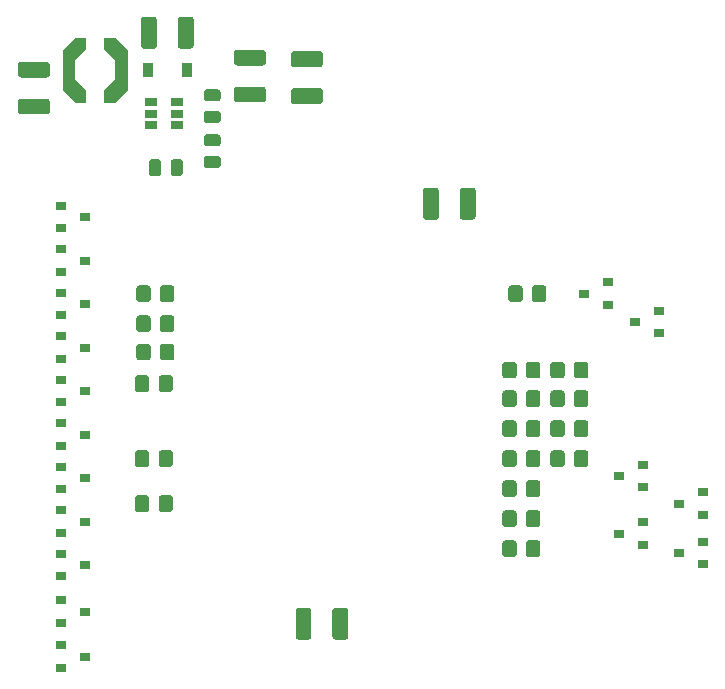
<source format=gbr>
G04 #@! TF.GenerationSoftware,KiCad,Pcbnew,5.1.5+dfsg1-2build2*
G04 #@! TF.CreationDate,2023-03-21T22:00:02+00:00*
G04 #@! TF.ProjectId,pps-rom-dumper,7070732d-726f-46d2-9d64-756d7065722e,rev?*
G04 #@! TF.SameCoordinates,Original*
G04 #@! TF.FileFunction,Paste,Top*
G04 #@! TF.FilePolarity,Positive*
%FSLAX46Y46*%
G04 Gerber Fmt 4.6, Leading zero omitted, Abs format (unit mm)*
G04 Created by KiCad (PCBNEW 5.1.5+dfsg1-2build2) date 2023-03-21 22:00:02*
%MOMM*%
%LPD*%
G04 APERTURE LIST*
%ADD10C,0.100000*%
%ADD11R,1.060000X0.650000*%
%ADD12R,0.900000X1.200000*%
%ADD13R,0.900000X0.800000*%
G04 APERTURE END LIST*
D10*
G36*
X120109505Y-42466204D02*
G01*
X120133773Y-42469804D01*
X120157572Y-42475765D01*
X120180671Y-42484030D01*
X120202850Y-42494520D01*
X120223893Y-42507132D01*
X120243599Y-42521747D01*
X120261777Y-42538223D01*
X120278253Y-42556401D01*
X120292868Y-42576107D01*
X120305480Y-42597150D01*
X120315970Y-42619329D01*
X120324235Y-42642428D01*
X120330196Y-42666227D01*
X120333796Y-42690495D01*
X120335000Y-42714999D01*
X120335000Y-44915001D01*
X120333796Y-44939505D01*
X120330196Y-44963773D01*
X120324235Y-44987572D01*
X120315970Y-45010671D01*
X120305480Y-45032850D01*
X120292868Y-45053893D01*
X120278253Y-45073599D01*
X120261777Y-45091777D01*
X120243599Y-45108253D01*
X120223893Y-45122868D01*
X120202850Y-45135480D01*
X120180671Y-45145970D01*
X120157572Y-45154235D01*
X120133773Y-45160196D01*
X120109505Y-45163796D01*
X120085001Y-45165000D01*
X119259999Y-45165000D01*
X119235495Y-45163796D01*
X119211227Y-45160196D01*
X119187428Y-45154235D01*
X119164329Y-45145970D01*
X119142150Y-45135480D01*
X119121107Y-45122868D01*
X119101401Y-45108253D01*
X119083223Y-45091777D01*
X119066747Y-45073599D01*
X119052132Y-45053893D01*
X119039520Y-45032850D01*
X119029030Y-45010671D01*
X119020765Y-44987572D01*
X119014804Y-44963773D01*
X119011204Y-44939505D01*
X119010000Y-44915001D01*
X119010000Y-42714999D01*
X119011204Y-42690495D01*
X119014804Y-42666227D01*
X119020765Y-42642428D01*
X119029030Y-42619329D01*
X119039520Y-42597150D01*
X119052132Y-42576107D01*
X119066747Y-42556401D01*
X119083223Y-42538223D01*
X119101401Y-42521747D01*
X119121107Y-42507132D01*
X119142150Y-42494520D01*
X119164329Y-42484030D01*
X119187428Y-42475765D01*
X119211227Y-42469804D01*
X119235495Y-42466204D01*
X119259999Y-42465000D01*
X120085001Y-42465000D01*
X120109505Y-42466204D01*
G37*
G36*
X116984505Y-42466204D02*
G01*
X117008773Y-42469804D01*
X117032572Y-42475765D01*
X117055671Y-42484030D01*
X117077850Y-42494520D01*
X117098893Y-42507132D01*
X117118599Y-42521747D01*
X117136777Y-42538223D01*
X117153253Y-42556401D01*
X117167868Y-42576107D01*
X117180480Y-42597150D01*
X117190970Y-42619329D01*
X117199235Y-42642428D01*
X117205196Y-42666227D01*
X117208796Y-42690495D01*
X117210000Y-42714999D01*
X117210000Y-44915001D01*
X117208796Y-44939505D01*
X117205196Y-44963773D01*
X117199235Y-44987572D01*
X117190970Y-45010671D01*
X117180480Y-45032850D01*
X117167868Y-45053893D01*
X117153253Y-45073599D01*
X117136777Y-45091777D01*
X117118599Y-45108253D01*
X117098893Y-45122868D01*
X117077850Y-45135480D01*
X117055671Y-45145970D01*
X117032572Y-45154235D01*
X117008773Y-45160196D01*
X116984505Y-45163796D01*
X116960001Y-45165000D01*
X116134999Y-45165000D01*
X116110495Y-45163796D01*
X116086227Y-45160196D01*
X116062428Y-45154235D01*
X116039329Y-45145970D01*
X116017150Y-45135480D01*
X115996107Y-45122868D01*
X115976401Y-45108253D01*
X115958223Y-45091777D01*
X115941747Y-45073599D01*
X115927132Y-45053893D01*
X115914520Y-45032850D01*
X115904030Y-45010671D01*
X115895765Y-44987572D01*
X115889804Y-44963773D01*
X115886204Y-44939505D01*
X115885000Y-44915001D01*
X115885000Y-42714999D01*
X115886204Y-42690495D01*
X115889804Y-42666227D01*
X115895765Y-42642428D01*
X115904030Y-42619329D01*
X115914520Y-42597150D01*
X115927132Y-42576107D01*
X115941747Y-42556401D01*
X115958223Y-42538223D01*
X115976401Y-42521747D01*
X115996107Y-42507132D01*
X116017150Y-42494520D01*
X116039329Y-42484030D01*
X116062428Y-42475765D01*
X116086227Y-42469804D01*
X116110495Y-42466204D01*
X116134999Y-42465000D01*
X116960001Y-42465000D01*
X116984505Y-42466204D01*
G37*
G36*
X109314505Y-78026204D02*
G01*
X109338773Y-78029804D01*
X109362572Y-78035765D01*
X109385671Y-78044030D01*
X109407850Y-78054520D01*
X109428893Y-78067132D01*
X109448599Y-78081747D01*
X109466777Y-78098223D01*
X109483253Y-78116401D01*
X109497868Y-78136107D01*
X109510480Y-78157150D01*
X109520970Y-78179329D01*
X109529235Y-78202428D01*
X109535196Y-78226227D01*
X109538796Y-78250495D01*
X109540000Y-78274999D01*
X109540000Y-80475001D01*
X109538796Y-80499505D01*
X109535196Y-80523773D01*
X109529235Y-80547572D01*
X109520970Y-80570671D01*
X109510480Y-80592850D01*
X109497868Y-80613893D01*
X109483253Y-80633599D01*
X109466777Y-80651777D01*
X109448599Y-80668253D01*
X109428893Y-80682868D01*
X109407850Y-80695480D01*
X109385671Y-80705970D01*
X109362572Y-80714235D01*
X109338773Y-80720196D01*
X109314505Y-80723796D01*
X109290001Y-80725000D01*
X108464999Y-80725000D01*
X108440495Y-80723796D01*
X108416227Y-80720196D01*
X108392428Y-80714235D01*
X108369329Y-80705970D01*
X108347150Y-80695480D01*
X108326107Y-80682868D01*
X108306401Y-80668253D01*
X108288223Y-80651777D01*
X108271747Y-80633599D01*
X108257132Y-80613893D01*
X108244520Y-80592850D01*
X108234030Y-80570671D01*
X108225765Y-80547572D01*
X108219804Y-80523773D01*
X108216204Y-80499505D01*
X108215000Y-80475001D01*
X108215000Y-78274999D01*
X108216204Y-78250495D01*
X108219804Y-78226227D01*
X108225765Y-78202428D01*
X108234030Y-78179329D01*
X108244520Y-78157150D01*
X108257132Y-78136107D01*
X108271747Y-78116401D01*
X108288223Y-78098223D01*
X108306401Y-78081747D01*
X108326107Y-78067132D01*
X108347150Y-78054520D01*
X108369329Y-78044030D01*
X108392428Y-78035765D01*
X108416227Y-78029804D01*
X108440495Y-78026204D01*
X108464999Y-78025000D01*
X109290001Y-78025000D01*
X109314505Y-78026204D01*
G37*
G36*
X106189505Y-78026204D02*
G01*
X106213773Y-78029804D01*
X106237572Y-78035765D01*
X106260671Y-78044030D01*
X106282850Y-78054520D01*
X106303893Y-78067132D01*
X106323599Y-78081747D01*
X106341777Y-78098223D01*
X106358253Y-78116401D01*
X106372868Y-78136107D01*
X106385480Y-78157150D01*
X106395970Y-78179329D01*
X106404235Y-78202428D01*
X106410196Y-78226227D01*
X106413796Y-78250495D01*
X106415000Y-78274999D01*
X106415000Y-80475001D01*
X106413796Y-80499505D01*
X106410196Y-80523773D01*
X106404235Y-80547572D01*
X106395970Y-80570671D01*
X106385480Y-80592850D01*
X106372868Y-80613893D01*
X106358253Y-80633599D01*
X106341777Y-80651777D01*
X106323599Y-80668253D01*
X106303893Y-80682868D01*
X106282850Y-80695480D01*
X106260671Y-80705970D01*
X106237572Y-80714235D01*
X106213773Y-80720196D01*
X106189505Y-80723796D01*
X106165001Y-80725000D01*
X105339999Y-80725000D01*
X105315495Y-80723796D01*
X105291227Y-80720196D01*
X105267428Y-80714235D01*
X105244329Y-80705970D01*
X105222150Y-80695480D01*
X105201107Y-80682868D01*
X105181401Y-80668253D01*
X105163223Y-80651777D01*
X105146747Y-80633599D01*
X105132132Y-80613893D01*
X105119520Y-80592850D01*
X105109030Y-80570671D01*
X105100765Y-80547572D01*
X105094804Y-80523773D01*
X105091204Y-80499505D01*
X105090000Y-80475001D01*
X105090000Y-78274999D01*
X105091204Y-78250495D01*
X105094804Y-78226227D01*
X105100765Y-78202428D01*
X105109030Y-78179329D01*
X105119520Y-78157150D01*
X105132132Y-78136107D01*
X105146747Y-78116401D01*
X105163223Y-78098223D01*
X105181401Y-78081747D01*
X105201107Y-78067132D01*
X105222150Y-78054520D01*
X105244329Y-78044030D01*
X105267428Y-78035765D01*
X105291227Y-78029804D01*
X105315495Y-78026204D01*
X105339999Y-78025000D01*
X106165001Y-78025000D01*
X106189505Y-78026204D01*
G37*
G36*
X107169505Y-34048204D02*
G01*
X107193773Y-34051804D01*
X107217572Y-34057765D01*
X107240671Y-34066030D01*
X107262850Y-34076520D01*
X107283893Y-34089132D01*
X107303599Y-34103747D01*
X107321777Y-34120223D01*
X107338253Y-34138401D01*
X107352868Y-34158107D01*
X107365480Y-34179150D01*
X107375970Y-34201329D01*
X107384235Y-34224428D01*
X107390196Y-34248227D01*
X107393796Y-34272495D01*
X107395000Y-34296999D01*
X107395000Y-35122001D01*
X107393796Y-35146505D01*
X107390196Y-35170773D01*
X107384235Y-35194572D01*
X107375970Y-35217671D01*
X107365480Y-35239850D01*
X107352868Y-35260893D01*
X107338253Y-35280599D01*
X107321777Y-35298777D01*
X107303599Y-35315253D01*
X107283893Y-35329868D01*
X107262850Y-35342480D01*
X107240671Y-35352970D01*
X107217572Y-35361235D01*
X107193773Y-35367196D01*
X107169505Y-35370796D01*
X107145001Y-35372000D01*
X104944999Y-35372000D01*
X104920495Y-35370796D01*
X104896227Y-35367196D01*
X104872428Y-35361235D01*
X104849329Y-35352970D01*
X104827150Y-35342480D01*
X104806107Y-35329868D01*
X104786401Y-35315253D01*
X104768223Y-35298777D01*
X104751747Y-35280599D01*
X104737132Y-35260893D01*
X104724520Y-35239850D01*
X104714030Y-35217671D01*
X104705765Y-35194572D01*
X104699804Y-35170773D01*
X104696204Y-35146505D01*
X104695000Y-35122001D01*
X104695000Y-34296999D01*
X104696204Y-34272495D01*
X104699804Y-34248227D01*
X104705765Y-34224428D01*
X104714030Y-34201329D01*
X104724520Y-34179150D01*
X104737132Y-34158107D01*
X104751747Y-34138401D01*
X104768223Y-34120223D01*
X104786401Y-34103747D01*
X104806107Y-34089132D01*
X104827150Y-34076520D01*
X104849329Y-34066030D01*
X104872428Y-34057765D01*
X104896227Y-34051804D01*
X104920495Y-34048204D01*
X104944999Y-34047000D01*
X107145001Y-34047000D01*
X107169505Y-34048204D01*
G37*
G36*
X107169505Y-30923204D02*
G01*
X107193773Y-30926804D01*
X107217572Y-30932765D01*
X107240671Y-30941030D01*
X107262850Y-30951520D01*
X107283893Y-30964132D01*
X107303599Y-30978747D01*
X107321777Y-30995223D01*
X107338253Y-31013401D01*
X107352868Y-31033107D01*
X107365480Y-31054150D01*
X107375970Y-31076329D01*
X107384235Y-31099428D01*
X107390196Y-31123227D01*
X107393796Y-31147495D01*
X107395000Y-31171999D01*
X107395000Y-31997001D01*
X107393796Y-32021505D01*
X107390196Y-32045773D01*
X107384235Y-32069572D01*
X107375970Y-32092671D01*
X107365480Y-32114850D01*
X107352868Y-32135893D01*
X107338253Y-32155599D01*
X107321777Y-32173777D01*
X107303599Y-32190253D01*
X107283893Y-32204868D01*
X107262850Y-32217480D01*
X107240671Y-32227970D01*
X107217572Y-32236235D01*
X107193773Y-32242196D01*
X107169505Y-32245796D01*
X107145001Y-32247000D01*
X104944999Y-32247000D01*
X104920495Y-32245796D01*
X104896227Y-32242196D01*
X104872428Y-32236235D01*
X104849329Y-32227970D01*
X104827150Y-32217480D01*
X104806107Y-32204868D01*
X104786401Y-32190253D01*
X104768223Y-32173777D01*
X104751747Y-32155599D01*
X104737132Y-32135893D01*
X104724520Y-32114850D01*
X104714030Y-32092671D01*
X104705765Y-32069572D01*
X104699804Y-32045773D01*
X104696204Y-32021505D01*
X104695000Y-31997001D01*
X104695000Y-31171999D01*
X104696204Y-31147495D01*
X104699804Y-31123227D01*
X104705765Y-31099428D01*
X104714030Y-31076329D01*
X104724520Y-31054150D01*
X104737132Y-31033107D01*
X104751747Y-31013401D01*
X104768223Y-30995223D01*
X104786401Y-30978747D01*
X104806107Y-30964132D01*
X104827150Y-30951520D01*
X104849329Y-30941030D01*
X104872428Y-30932765D01*
X104896227Y-30926804D01*
X104920495Y-30923204D01*
X104944999Y-30922000D01*
X107145001Y-30922000D01*
X107169505Y-30923204D01*
G37*
D11*
X95080000Y-36195000D03*
X95080000Y-35245000D03*
X95080000Y-37145000D03*
X92880000Y-37145000D03*
X92880000Y-36195000D03*
X92880000Y-35245000D03*
D10*
G36*
X93481505Y-40068204D02*
G01*
X93505773Y-40071804D01*
X93529572Y-40077765D01*
X93552671Y-40086030D01*
X93574850Y-40096520D01*
X93595893Y-40109132D01*
X93615599Y-40123747D01*
X93633777Y-40140223D01*
X93650253Y-40158401D01*
X93664868Y-40178107D01*
X93677480Y-40199150D01*
X93687970Y-40221329D01*
X93696235Y-40244428D01*
X93702196Y-40268227D01*
X93705796Y-40292495D01*
X93707000Y-40316999D01*
X93707000Y-41217001D01*
X93705796Y-41241505D01*
X93702196Y-41265773D01*
X93696235Y-41289572D01*
X93687970Y-41312671D01*
X93677480Y-41334850D01*
X93664868Y-41355893D01*
X93650253Y-41375599D01*
X93633777Y-41393777D01*
X93615599Y-41410253D01*
X93595893Y-41424868D01*
X93574850Y-41437480D01*
X93552671Y-41447970D01*
X93529572Y-41456235D01*
X93505773Y-41462196D01*
X93481505Y-41465796D01*
X93457001Y-41467000D01*
X92931999Y-41467000D01*
X92907495Y-41465796D01*
X92883227Y-41462196D01*
X92859428Y-41456235D01*
X92836329Y-41447970D01*
X92814150Y-41437480D01*
X92793107Y-41424868D01*
X92773401Y-41410253D01*
X92755223Y-41393777D01*
X92738747Y-41375599D01*
X92724132Y-41355893D01*
X92711520Y-41334850D01*
X92701030Y-41312671D01*
X92692765Y-41289572D01*
X92686804Y-41265773D01*
X92683204Y-41241505D01*
X92682000Y-41217001D01*
X92682000Y-40316999D01*
X92683204Y-40292495D01*
X92686804Y-40268227D01*
X92692765Y-40244428D01*
X92701030Y-40221329D01*
X92711520Y-40199150D01*
X92724132Y-40178107D01*
X92738747Y-40158401D01*
X92755223Y-40140223D01*
X92773401Y-40123747D01*
X92793107Y-40109132D01*
X92814150Y-40096520D01*
X92836329Y-40086030D01*
X92859428Y-40077765D01*
X92883227Y-40071804D01*
X92907495Y-40068204D01*
X92931999Y-40067000D01*
X93457001Y-40067000D01*
X93481505Y-40068204D01*
G37*
G36*
X95306505Y-40068204D02*
G01*
X95330773Y-40071804D01*
X95354572Y-40077765D01*
X95377671Y-40086030D01*
X95399850Y-40096520D01*
X95420893Y-40109132D01*
X95440599Y-40123747D01*
X95458777Y-40140223D01*
X95475253Y-40158401D01*
X95489868Y-40178107D01*
X95502480Y-40199150D01*
X95512970Y-40221329D01*
X95521235Y-40244428D01*
X95527196Y-40268227D01*
X95530796Y-40292495D01*
X95532000Y-40316999D01*
X95532000Y-41217001D01*
X95530796Y-41241505D01*
X95527196Y-41265773D01*
X95521235Y-41289572D01*
X95512970Y-41312671D01*
X95502480Y-41334850D01*
X95489868Y-41355893D01*
X95475253Y-41375599D01*
X95458777Y-41393777D01*
X95440599Y-41410253D01*
X95420893Y-41424868D01*
X95399850Y-41437480D01*
X95377671Y-41447970D01*
X95354572Y-41456235D01*
X95330773Y-41462196D01*
X95306505Y-41465796D01*
X95282001Y-41467000D01*
X94756999Y-41467000D01*
X94732495Y-41465796D01*
X94708227Y-41462196D01*
X94684428Y-41456235D01*
X94661329Y-41447970D01*
X94639150Y-41437480D01*
X94618107Y-41424868D01*
X94598401Y-41410253D01*
X94580223Y-41393777D01*
X94563747Y-41375599D01*
X94549132Y-41355893D01*
X94536520Y-41334850D01*
X94526030Y-41312671D01*
X94517765Y-41289572D01*
X94511804Y-41265773D01*
X94508204Y-41241505D01*
X94507000Y-41217001D01*
X94507000Y-40316999D01*
X94508204Y-40292495D01*
X94511804Y-40268227D01*
X94517765Y-40244428D01*
X94526030Y-40221329D01*
X94536520Y-40199150D01*
X94549132Y-40178107D01*
X94563747Y-40158401D01*
X94580223Y-40140223D01*
X94598401Y-40123747D01*
X94618107Y-40109132D01*
X94639150Y-40096520D01*
X94661329Y-40086030D01*
X94684428Y-40077765D01*
X94708227Y-40071804D01*
X94732495Y-40068204D01*
X94756999Y-40067000D01*
X95282001Y-40067000D01*
X95306505Y-40068204D01*
G37*
G36*
X98518505Y-39771204D02*
G01*
X98542773Y-39774804D01*
X98566572Y-39780765D01*
X98589671Y-39789030D01*
X98611850Y-39799520D01*
X98632893Y-39812132D01*
X98652599Y-39826747D01*
X98670777Y-39843223D01*
X98687253Y-39861401D01*
X98701868Y-39881107D01*
X98714480Y-39902150D01*
X98724970Y-39924329D01*
X98733235Y-39947428D01*
X98739196Y-39971227D01*
X98742796Y-39995495D01*
X98744000Y-40019999D01*
X98744000Y-40545001D01*
X98742796Y-40569505D01*
X98739196Y-40593773D01*
X98733235Y-40617572D01*
X98724970Y-40640671D01*
X98714480Y-40662850D01*
X98701868Y-40683893D01*
X98687253Y-40703599D01*
X98670777Y-40721777D01*
X98652599Y-40738253D01*
X98632893Y-40752868D01*
X98611850Y-40765480D01*
X98589671Y-40775970D01*
X98566572Y-40784235D01*
X98542773Y-40790196D01*
X98518505Y-40793796D01*
X98494001Y-40795000D01*
X97593999Y-40795000D01*
X97569495Y-40793796D01*
X97545227Y-40790196D01*
X97521428Y-40784235D01*
X97498329Y-40775970D01*
X97476150Y-40765480D01*
X97455107Y-40752868D01*
X97435401Y-40738253D01*
X97417223Y-40721777D01*
X97400747Y-40703599D01*
X97386132Y-40683893D01*
X97373520Y-40662850D01*
X97363030Y-40640671D01*
X97354765Y-40617572D01*
X97348804Y-40593773D01*
X97345204Y-40569505D01*
X97344000Y-40545001D01*
X97344000Y-40019999D01*
X97345204Y-39995495D01*
X97348804Y-39971227D01*
X97354765Y-39947428D01*
X97363030Y-39924329D01*
X97373520Y-39902150D01*
X97386132Y-39881107D01*
X97400747Y-39861401D01*
X97417223Y-39843223D01*
X97435401Y-39826747D01*
X97455107Y-39812132D01*
X97476150Y-39799520D01*
X97498329Y-39789030D01*
X97521428Y-39780765D01*
X97545227Y-39774804D01*
X97569495Y-39771204D01*
X97593999Y-39770000D01*
X98494001Y-39770000D01*
X98518505Y-39771204D01*
G37*
G36*
X98518505Y-37946204D02*
G01*
X98542773Y-37949804D01*
X98566572Y-37955765D01*
X98589671Y-37964030D01*
X98611850Y-37974520D01*
X98632893Y-37987132D01*
X98652599Y-38001747D01*
X98670777Y-38018223D01*
X98687253Y-38036401D01*
X98701868Y-38056107D01*
X98714480Y-38077150D01*
X98724970Y-38099329D01*
X98733235Y-38122428D01*
X98739196Y-38146227D01*
X98742796Y-38170495D01*
X98744000Y-38194999D01*
X98744000Y-38720001D01*
X98742796Y-38744505D01*
X98739196Y-38768773D01*
X98733235Y-38792572D01*
X98724970Y-38815671D01*
X98714480Y-38837850D01*
X98701868Y-38858893D01*
X98687253Y-38878599D01*
X98670777Y-38896777D01*
X98652599Y-38913253D01*
X98632893Y-38927868D01*
X98611850Y-38940480D01*
X98589671Y-38950970D01*
X98566572Y-38959235D01*
X98542773Y-38965196D01*
X98518505Y-38968796D01*
X98494001Y-38970000D01*
X97593999Y-38970000D01*
X97569495Y-38968796D01*
X97545227Y-38965196D01*
X97521428Y-38959235D01*
X97498329Y-38950970D01*
X97476150Y-38940480D01*
X97455107Y-38927868D01*
X97435401Y-38913253D01*
X97417223Y-38896777D01*
X97400747Y-38878599D01*
X97386132Y-38858893D01*
X97373520Y-38837850D01*
X97363030Y-38815671D01*
X97354765Y-38792572D01*
X97348804Y-38768773D01*
X97345204Y-38744505D01*
X97344000Y-38720001D01*
X97344000Y-38194999D01*
X97345204Y-38170495D01*
X97348804Y-38146227D01*
X97354765Y-38122428D01*
X97363030Y-38099329D01*
X97373520Y-38077150D01*
X97386132Y-38056107D01*
X97400747Y-38036401D01*
X97417223Y-38018223D01*
X97435401Y-38001747D01*
X97455107Y-37987132D01*
X97476150Y-37974520D01*
X97498329Y-37964030D01*
X97521428Y-37955765D01*
X97545227Y-37949804D01*
X97569495Y-37946204D01*
X97593999Y-37945000D01*
X98494001Y-37945000D01*
X98518505Y-37946204D01*
G37*
G36*
X98518505Y-35961204D02*
G01*
X98542773Y-35964804D01*
X98566572Y-35970765D01*
X98589671Y-35979030D01*
X98611850Y-35989520D01*
X98632893Y-36002132D01*
X98652599Y-36016747D01*
X98670777Y-36033223D01*
X98687253Y-36051401D01*
X98701868Y-36071107D01*
X98714480Y-36092150D01*
X98724970Y-36114329D01*
X98733235Y-36137428D01*
X98739196Y-36161227D01*
X98742796Y-36185495D01*
X98744000Y-36209999D01*
X98744000Y-36735001D01*
X98742796Y-36759505D01*
X98739196Y-36783773D01*
X98733235Y-36807572D01*
X98724970Y-36830671D01*
X98714480Y-36852850D01*
X98701868Y-36873893D01*
X98687253Y-36893599D01*
X98670777Y-36911777D01*
X98652599Y-36928253D01*
X98632893Y-36942868D01*
X98611850Y-36955480D01*
X98589671Y-36965970D01*
X98566572Y-36974235D01*
X98542773Y-36980196D01*
X98518505Y-36983796D01*
X98494001Y-36985000D01*
X97593999Y-36985000D01*
X97569495Y-36983796D01*
X97545227Y-36980196D01*
X97521428Y-36974235D01*
X97498329Y-36965970D01*
X97476150Y-36955480D01*
X97455107Y-36942868D01*
X97435401Y-36928253D01*
X97417223Y-36911777D01*
X97400747Y-36893599D01*
X97386132Y-36873893D01*
X97373520Y-36852850D01*
X97363030Y-36830671D01*
X97354765Y-36807572D01*
X97348804Y-36783773D01*
X97345204Y-36759505D01*
X97344000Y-36735001D01*
X97344000Y-36209999D01*
X97345204Y-36185495D01*
X97348804Y-36161227D01*
X97354765Y-36137428D01*
X97363030Y-36114329D01*
X97373520Y-36092150D01*
X97386132Y-36071107D01*
X97400747Y-36051401D01*
X97417223Y-36033223D01*
X97435401Y-36016747D01*
X97455107Y-36002132D01*
X97476150Y-35989520D01*
X97498329Y-35979030D01*
X97521428Y-35970765D01*
X97545227Y-35964804D01*
X97569495Y-35961204D01*
X97593999Y-35960000D01*
X98494001Y-35960000D01*
X98518505Y-35961204D01*
G37*
G36*
X98518505Y-34136204D02*
G01*
X98542773Y-34139804D01*
X98566572Y-34145765D01*
X98589671Y-34154030D01*
X98611850Y-34164520D01*
X98632893Y-34177132D01*
X98652599Y-34191747D01*
X98670777Y-34208223D01*
X98687253Y-34226401D01*
X98701868Y-34246107D01*
X98714480Y-34267150D01*
X98724970Y-34289329D01*
X98733235Y-34312428D01*
X98739196Y-34336227D01*
X98742796Y-34360495D01*
X98744000Y-34384999D01*
X98744000Y-34910001D01*
X98742796Y-34934505D01*
X98739196Y-34958773D01*
X98733235Y-34982572D01*
X98724970Y-35005671D01*
X98714480Y-35027850D01*
X98701868Y-35048893D01*
X98687253Y-35068599D01*
X98670777Y-35086777D01*
X98652599Y-35103253D01*
X98632893Y-35117868D01*
X98611850Y-35130480D01*
X98589671Y-35140970D01*
X98566572Y-35149235D01*
X98542773Y-35155196D01*
X98518505Y-35158796D01*
X98494001Y-35160000D01*
X97593999Y-35160000D01*
X97569495Y-35158796D01*
X97545227Y-35155196D01*
X97521428Y-35149235D01*
X97498329Y-35140970D01*
X97476150Y-35130480D01*
X97455107Y-35117868D01*
X97435401Y-35103253D01*
X97417223Y-35086777D01*
X97400747Y-35068599D01*
X97386132Y-35048893D01*
X97373520Y-35027850D01*
X97363030Y-35005671D01*
X97354765Y-34982572D01*
X97348804Y-34958773D01*
X97345204Y-34934505D01*
X97344000Y-34910001D01*
X97344000Y-34384999D01*
X97345204Y-34360495D01*
X97348804Y-34336227D01*
X97354765Y-34312428D01*
X97363030Y-34289329D01*
X97373520Y-34267150D01*
X97386132Y-34246107D01*
X97400747Y-34226401D01*
X97417223Y-34208223D01*
X97435401Y-34191747D01*
X97455107Y-34177132D01*
X97476150Y-34164520D01*
X97498329Y-34154030D01*
X97521428Y-34145765D01*
X97545227Y-34139804D01*
X97569495Y-34136204D01*
X97593999Y-34135000D01*
X98494001Y-34135000D01*
X98518505Y-34136204D01*
G37*
G36*
X90893000Y-30812000D02*
G01*
X90893000Y-34212000D01*
X89838000Y-35267000D01*
X88898000Y-35267000D01*
X88898000Y-34212000D01*
X89838000Y-33356500D01*
X89838000Y-31667500D01*
X88898000Y-30812000D01*
X88898000Y-29757000D01*
X89838000Y-29757000D01*
X90893000Y-30812000D01*
G37*
G36*
X87378000Y-30812000D02*
G01*
X86438000Y-31667500D01*
X86438000Y-33356500D01*
X87378000Y-34212000D01*
X87378000Y-35267000D01*
X86438000Y-35267000D01*
X85383000Y-34212000D01*
X85383000Y-30812000D01*
X86438000Y-29757000D01*
X87378000Y-29757000D01*
X87378000Y-30812000D01*
G37*
D12*
X92584000Y-32512000D03*
X95884000Y-32512000D03*
D10*
G36*
X102343505Y-33921204D02*
G01*
X102367773Y-33924804D01*
X102391572Y-33930765D01*
X102414671Y-33939030D01*
X102436850Y-33949520D01*
X102457893Y-33962132D01*
X102477599Y-33976747D01*
X102495777Y-33993223D01*
X102512253Y-34011401D01*
X102526868Y-34031107D01*
X102539480Y-34052150D01*
X102549970Y-34074329D01*
X102558235Y-34097428D01*
X102564196Y-34121227D01*
X102567796Y-34145495D01*
X102569000Y-34169999D01*
X102569000Y-34995001D01*
X102567796Y-35019505D01*
X102564196Y-35043773D01*
X102558235Y-35067572D01*
X102549970Y-35090671D01*
X102539480Y-35112850D01*
X102526868Y-35133893D01*
X102512253Y-35153599D01*
X102495777Y-35171777D01*
X102477599Y-35188253D01*
X102457893Y-35202868D01*
X102436850Y-35215480D01*
X102414671Y-35225970D01*
X102391572Y-35234235D01*
X102367773Y-35240196D01*
X102343505Y-35243796D01*
X102319001Y-35245000D01*
X100118999Y-35245000D01*
X100094495Y-35243796D01*
X100070227Y-35240196D01*
X100046428Y-35234235D01*
X100023329Y-35225970D01*
X100001150Y-35215480D01*
X99980107Y-35202868D01*
X99960401Y-35188253D01*
X99942223Y-35171777D01*
X99925747Y-35153599D01*
X99911132Y-35133893D01*
X99898520Y-35112850D01*
X99888030Y-35090671D01*
X99879765Y-35067572D01*
X99873804Y-35043773D01*
X99870204Y-35019505D01*
X99869000Y-34995001D01*
X99869000Y-34169999D01*
X99870204Y-34145495D01*
X99873804Y-34121227D01*
X99879765Y-34097428D01*
X99888030Y-34074329D01*
X99898520Y-34052150D01*
X99911132Y-34031107D01*
X99925747Y-34011401D01*
X99942223Y-33993223D01*
X99960401Y-33976747D01*
X99980107Y-33962132D01*
X100001150Y-33949520D01*
X100023329Y-33939030D01*
X100046428Y-33930765D01*
X100070227Y-33924804D01*
X100094495Y-33921204D01*
X100118999Y-33920000D01*
X102319001Y-33920000D01*
X102343505Y-33921204D01*
G37*
G36*
X102343505Y-30796204D02*
G01*
X102367773Y-30799804D01*
X102391572Y-30805765D01*
X102414671Y-30814030D01*
X102436850Y-30824520D01*
X102457893Y-30837132D01*
X102477599Y-30851747D01*
X102495777Y-30868223D01*
X102512253Y-30886401D01*
X102526868Y-30906107D01*
X102539480Y-30927150D01*
X102549970Y-30949329D01*
X102558235Y-30972428D01*
X102564196Y-30996227D01*
X102567796Y-31020495D01*
X102569000Y-31044999D01*
X102569000Y-31870001D01*
X102567796Y-31894505D01*
X102564196Y-31918773D01*
X102558235Y-31942572D01*
X102549970Y-31965671D01*
X102539480Y-31987850D01*
X102526868Y-32008893D01*
X102512253Y-32028599D01*
X102495777Y-32046777D01*
X102477599Y-32063253D01*
X102457893Y-32077868D01*
X102436850Y-32090480D01*
X102414671Y-32100970D01*
X102391572Y-32109235D01*
X102367773Y-32115196D01*
X102343505Y-32118796D01*
X102319001Y-32120000D01*
X100118999Y-32120000D01*
X100094495Y-32118796D01*
X100070227Y-32115196D01*
X100046428Y-32109235D01*
X100023329Y-32100970D01*
X100001150Y-32090480D01*
X99980107Y-32077868D01*
X99960401Y-32063253D01*
X99942223Y-32046777D01*
X99925747Y-32028599D01*
X99911132Y-32008893D01*
X99898520Y-31987850D01*
X99888030Y-31965671D01*
X99879765Y-31942572D01*
X99873804Y-31918773D01*
X99870204Y-31894505D01*
X99869000Y-31870001D01*
X99869000Y-31044999D01*
X99870204Y-31020495D01*
X99873804Y-30996227D01*
X99879765Y-30972428D01*
X99888030Y-30949329D01*
X99898520Y-30927150D01*
X99911132Y-30906107D01*
X99925747Y-30886401D01*
X99942223Y-30868223D01*
X99960401Y-30851747D01*
X99980107Y-30837132D01*
X100001150Y-30824520D01*
X100023329Y-30814030D01*
X100046428Y-30805765D01*
X100070227Y-30799804D01*
X100094495Y-30796204D01*
X100118999Y-30795000D01*
X102319001Y-30795000D01*
X102343505Y-30796204D01*
G37*
G36*
X93108505Y-27988204D02*
G01*
X93132773Y-27991804D01*
X93156572Y-27997765D01*
X93179671Y-28006030D01*
X93201850Y-28016520D01*
X93222893Y-28029132D01*
X93242599Y-28043747D01*
X93260777Y-28060223D01*
X93277253Y-28078401D01*
X93291868Y-28098107D01*
X93304480Y-28119150D01*
X93314970Y-28141329D01*
X93323235Y-28164428D01*
X93329196Y-28188227D01*
X93332796Y-28212495D01*
X93334000Y-28236999D01*
X93334000Y-30437001D01*
X93332796Y-30461505D01*
X93329196Y-30485773D01*
X93323235Y-30509572D01*
X93314970Y-30532671D01*
X93304480Y-30554850D01*
X93291868Y-30575893D01*
X93277253Y-30595599D01*
X93260777Y-30613777D01*
X93242599Y-30630253D01*
X93222893Y-30644868D01*
X93201850Y-30657480D01*
X93179671Y-30667970D01*
X93156572Y-30676235D01*
X93132773Y-30682196D01*
X93108505Y-30685796D01*
X93084001Y-30687000D01*
X92258999Y-30687000D01*
X92234495Y-30685796D01*
X92210227Y-30682196D01*
X92186428Y-30676235D01*
X92163329Y-30667970D01*
X92141150Y-30657480D01*
X92120107Y-30644868D01*
X92100401Y-30630253D01*
X92082223Y-30613777D01*
X92065747Y-30595599D01*
X92051132Y-30575893D01*
X92038520Y-30554850D01*
X92028030Y-30532671D01*
X92019765Y-30509572D01*
X92013804Y-30485773D01*
X92010204Y-30461505D01*
X92009000Y-30437001D01*
X92009000Y-28236999D01*
X92010204Y-28212495D01*
X92013804Y-28188227D01*
X92019765Y-28164428D01*
X92028030Y-28141329D01*
X92038520Y-28119150D01*
X92051132Y-28098107D01*
X92065747Y-28078401D01*
X92082223Y-28060223D01*
X92100401Y-28043747D01*
X92120107Y-28029132D01*
X92141150Y-28016520D01*
X92163329Y-28006030D01*
X92186428Y-27997765D01*
X92210227Y-27991804D01*
X92234495Y-27988204D01*
X92258999Y-27987000D01*
X93084001Y-27987000D01*
X93108505Y-27988204D01*
G37*
G36*
X96233505Y-27988204D02*
G01*
X96257773Y-27991804D01*
X96281572Y-27997765D01*
X96304671Y-28006030D01*
X96326850Y-28016520D01*
X96347893Y-28029132D01*
X96367599Y-28043747D01*
X96385777Y-28060223D01*
X96402253Y-28078401D01*
X96416868Y-28098107D01*
X96429480Y-28119150D01*
X96439970Y-28141329D01*
X96448235Y-28164428D01*
X96454196Y-28188227D01*
X96457796Y-28212495D01*
X96459000Y-28236999D01*
X96459000Y-30437001D01*
X96457796Y-30461505D01*
X96454196Y-30485773D01*
X96448235Y-30509572D01*
X96439970Y-30532671D01*
X96429480Y-30554850D01*
X96416868Y-30575893D01*
X96402253Y-30595599D01*
X96385777Y-30613777D01*
X96367599Y-30630253D01*
X96347893Y-30644868D01*
X96326850Y-30657480D01*
X96304671Y-30667970D01*
X96281572Y-30676235D01*
X96257773Y-30682196D01*
X96233505Y-30685796D01*
X96209001Y-30687000D01*
X95383999Y-30687000D01*
X95359495Y-30685796D01*
X95335227Y-30682196D01*
X95311428Y-30676235D01*
X95288329Y-30667970D01*
X95266150Y-30657480D01*
X95245107Y-30644868D01*
X95225401Y-30630253D01*
X95207223Y-30613777D01*
X95190747Y-30595599D01*
X95176132Y-30575893D01*
X95163520Y-30554850D01*
X95153030Y-30532671D01*
X95144765Y-30509572D01*
X95138804Y-30485773D01*
X95135204Y-30461505D01*
X95134000Y-30437001D01*
X95134000Y-28236999D01*
X95135204Y-28212495D01*
X95138804Y-28188227D01*
X95144765Y-28164428D01*
X95153030Y-28141329D01*
X95163520Y-28119150D01*
X95176132Y-28098107D01*
X95190747Y-28078401D01*
X95207223Y-28060223D01*
X95225401Y-28043747D01*
X95245107Y-28029132D01*
X95266150Y-28016520D01*
X95288329Y-28006030D01*
X95311428Y-27997765D01*
X95335227Y-27991804D01*
X95359495Y-27988204D01*
X95383999Y-27987000D01*
X96209001Y-27987000D01*
X96233505Y-27988204D01*
G37*
G36*
X84055505Y-34937204D02*
G01*
X84079773Y-34940804D01*
X84103572Y-34946765D01*
X84126671Y-34955030D01*
X84148850Y-34965520D01*
X84169893Y-34978132D01*
X84189599Y-34992747D01*
X84207777Y-35009223D01*
X84224253Y-35027401D01*
X84238868Y-35047107D01*
X84251480Y-35068150D01*
X84261970Y-35090329D01*
X84270235Y-35113428D01*
X84276196Y-35137227D01*
X84279796Y-35161495D01*
X84281000Y-35185999D01*
X84281000Y-36011001D01*
X84279796Y-36035505D01*
X84276196Y-36059773D01*
X84270235Y-36083572D01*
X84261970Y-36106671D01*
X84251480Y-36128850D01*
X84238868Y-36149893D01*
X84224253Y-36169599D01*
X84207777Y-36187777D01*
X84189599Y-36204253D01*
X84169893Y-36218868D01*
X84148850Y-36231480D01*
X84126671Y-36241970D01*
X84103572Y-36250235D01*
X84079773Y-36256196D01*
X84055505Y-36259796D01*
X84031001Y-36261000D01*
X81830999Y-36261000D01*
X81806495Y-36259796D01*
X81782227Y-36256196D01*
X81758428Y-36250235D01*
X81735329Y-36241970D01*
X81713150Y-36231480D01*
X81692107Y-36218868D01*
X81672401Y-36204253D01*
X81654223Y-36187777D01*
X81637747Y-36169599D01*
X81623132Y-36149893D01*
X81610520Y-36128850D01*
X81600030Y-36106671D01*
X81591765Y-36083572D01*
X81585804Y-36059773D01*
X81582204Y-36035505D01*
X81581000Y-36011001D01*
X81581000Y-35185999D01*
X81582204Y-35161495D01*
X81585804Y-35137227D01*
X81591765Y-35113428D01*
X81600030Y-35090329D01*
X81610520Y-35068150D01*
X81623132Y-35047107D01*
X81637747Y-35027401D01*
X81654223Y-35009223D01*
X81672401Y-34992747D01*
X81692107Y-34978132D01*
X81713150Y-34965520D01*
X81735329Y-34955030D01*
X81758428Y-34946765D01*
X81782227Y-34940804D01*
X81806495Y-34937204D01*
X81830999Y-34936000D01*
X84031001Y-34936000D01*
X84055505Y-34937204D01*
G37*
G36*
X84055505Y-31812204D02*
G01*
X84079773Y-31815804D01*
X84103572Y-31821765D01*
X84126671Y-31830030D01*
X84148850Y-31840520D01*
X84169893Y-31853132D01*
X84189599Y-31867747D01*
X84207777Y-31884223D01*
X84224253Y-31902401D01*
X84238868Y-31922107D01*
X84251480Y-31943150D01*
X84261970Y-31965329D01*
X84270235Y-31988428D01*
X84276196Y-32012227D01*
X84279796Y-32036495D01*
X84281000Y-32060999D01*
X84281000Y-32886001D01*
X84279796Y-32910505D01*
X84276196Y-32934773D01*
X84270235Y-32958572D01*
X84261970Y-32981671D01*
X84251480Y-33003850D01*
X84238868Y-33024893D01*
X84224253Y-33044599D01*
X84207777Y-33062777D01*
X84189599Y-33079253D01*
X84169893Y-33093868D01*
X84148850Y-33106480D01*
X84126671Y-33116970D01*
X84103572Y-33125235D01*
X84079773Y-33131196D01*
X84055505Y-33134796D01*
X84031001Y-33136000D01*
X81830999Y-33136000D01*
X81806495Y-33134796D01*
X81782227Y-33131196D01*
X81758428Y-33125235D01*
X81735329Y-33116970D01*
X81713150Y-33106480D01*
X81692107Y-33093868D01*
X81672401Y-33079253D01*
X81654223Y-33062777D01*
X81637747Y-33044599D01*
X81623132Y-33024893D01*
X81610520Y-33003850D01*
X81600030Y-32981671D01*
X81591765Y-32958572D01*
X81585804Y-32934773D01*
X81582204Y-32910505D01*
X81581000Y-32886001D01*
X81581000Y-32060999D01*
X81582204Y-32036495D01*
X81585804Y-32012227D01*
X81591765Y-31988428D01*
X81600030Y-31965329D01*
X81610520Y-31943150D01*
X81623132Y-31922107D01*
X81637747Y-31902401D01*
X81654223Y-31884223D01*
X81672401Y-31867747D01*
X81692107Y-31853132D01*
X81713150Y-31840520D01*
X81735329Y-31830030D01*
X81758428Y-31821765D01*
X81782227Y-31815804D01*
X81806495Y-31812204D01*
X81830999Y-31811000D01*
X84031001Y-31811000D01*
X84055505Y-31812204D01*
G37*
G36*
X94592505Y-50736204D02*
G01*
X94616773Y-50739804D01*
X94640572Y-50745765D01*
X94663671Y-50754030D01*
X94685850Y-50764520D01*
X94706893Y-50777132D01*
X94726599Y-50791747D01*
X94744777Y-50808223D01*
X94761253Y-50826401D01*
X94775868Y-50846107D01*
X94788480Y-50867150D01*
X94798970Y-50889329D01*
X94807235Y-50912428D01*
X94813196Y-50936227D01*
X94816796Y-50960495D01*
X94818000Y-50984999D01*
X94818000Y-51885001D01*
X94816796Y-51909505D01*
X94813196Y-51933773D01*
X94807235Y-51957572D01*
X94798970Y-51980671D01*
X94788480Y-52002850D01*
X94775868Y-52023893D01*
X94761253Y-52043599D01*
X94744777Y-52061777D01*
X94726599Y-52078253D01*
X94706893Y-52092868D01*
X94685850Y-52105480D01*
X94663671Y-52115970D01*
X94640572Y-52124235D01*
X94616773Y-52130196D01*
X94592505Y-52133796D01*
X94568001Y-52135000D01*
X93867999Y-52135000D01*
X93843495Y-52133796D01*
X93819227Y-52130196D01*
X93795428Y-52124235D01*
X93772329Y-52115970D01*
X93750150Y-52105480D01*
X93729107Y-52092868D01*
X93709401Y-52078253D01*
X93691223Y-52061777D01*
X93674747Y-52043599D01*
X93660132Y-52023893D01*
X93647520Y-52002850D01*
X93637030Y-51980671D01*
X93628765Y-51957572D01*
X93622804Y-51933773D01*
X93619204Y-51909505D01*
X93618000Y-51885001D01*
X93618000Y-50984999D01*
X93619204Y-50960495D01*
X93622804Y-50936227D01*
X93628765Y-50912428D01*
X93637030Y-50889329D01*
X93647520Y-50867150D01*
X93660132Y-50846107D01*
X93674747Y-50826401D01*
X93691223Y-50808223D01*
X93709401Y-50791747D01*
X93729107Y-50777132D01*
X93750150Y-50764520D01*
X93772329Y-50754030D01*
X93795428Y-50745765D01*
X93819227Y-50739804D01*
X93843495Y-50736204D01*
X93867999Y-50735000D01*
X94568001Y-50735000D01*
X94592505Y-50736204D01*
G37*
G36*
X92592505Y-50736204D02*
G01*
X92616773Y-50739804D01*
X92640572Y-50745765D01*
X92663671Y-50754030D01*
X92685850Y-50764520D01*
X92706893Y-50777132D01*
X92726599Y-50791747D01*
X92744777Y-50808223D01*
X92761253Y-50826401D01*
X92775868Y-50846107D01*
X92788480Y-50867150D01*
X92798970Y-50889329D01*
X92807235Y-50912428D01*
X92813196Y-50936227D01*
X92816796Y-50960495D01*
X92818000Y-50984999D01*
X92818000Y-51885001D01*
X92816796Y-51909505D01*
X92813196Y-51933773D01*
X92807235Y-51957572D01*
X92798970Y-51980671D01*
X92788480Y-52002850D01*
X92775868Y-52023893D01*
X92761253Y-52043599D01*
X92744777Y-52061777D01*
X92726599Y-52078253D01*
X92706893Y-52092868D01*
X92685850Y-52105480D01*
X92663671Y-52115970D01*
X92640572Y-52124235D01*
X92616773Y-52130196D01*
X92592505Y-52133796D01*
X92568001Y-52135000D01*
X91867999Y-52135000D01*
X91843495Y-52133796D01*
X91819227Y-52130196D01*
X91795428Y-52124235D01*
X91772329Y-52115970D01*
X91750150Y-52105480D01*
X91729107Y-52092868D01*
X91709401Y-52078253D01*
X91691223Y-52061777D01*
X91674747Y-52043599D01*
X91660132Y-52023893D01*
X91647520Y-52002850D01*
X91637030Y-51980671D01*
X91628765Y-51957572D01*
X91622804Y-51933773D01*
X91619204Y-51909505D01*
X91618000Y-51885001D01*
X91618000Y-50984999D01*
X91619204Y-50960495D01*
X91622804Y-50936227D01*
X91628765Y-50912428D01*
X91637030Y-50889329D01*
X91647520Y-50867150D01*
X91660132Y-50846107D01*
X91674747Y-50826401D01*
X91691223Y-50808223D01*
X91709401Y-50791747D01*
X91729107Y-50777132D01*
X91750150Y-50764520D01*
X91772329Y-50754030D01*
X91795428Y-50745765D01*
X91819227Y-50739804D01*
X91843495Y-50736204D01*
X91867999Y-50735000D01*
X92568001Y-50735000D01*
X92592505Y-50736204D01*
G37*
G36*
X124088505Y-50736204D02*
G01*
X124112773Y-50739804D01*
X124136572Y-50745765D01*
X124159671Y-50754030D01*
X124181850Y-50764520D01*
X124202893Y-50777132D01*
X124222599Y-50791747D01*
X124240777Y-50808223D01*
X124257253Y-50826401D01*
X124271868Y-50846107D01*
X124284480Y-50867150D01*
X124294970Y-50889329D01*
X124303235Y-50912428D01*
X124309196Y-50936227D01*
X124312796Y-50960495D01*
X124314000Y-50984999D01*
X124314000Y-51885001D01*
X124312796Y-51909505D01*
X124309196Y-51933773D01*
X124303235Y-51957572D01*
X124294970Y-51980671D01*
X124284480Y-52002850D01*
X124271868Y-52023893D01*
X124257253Y-52043599D01*
X124240777Y-52061777D01*
X124222599Y-52078253D01*
X124202893Y-52092868D01*
X124181850Y-52105480D01*
X124159671Y-52115970D01*
X124136572Y-52124235D01*
X124112773Y-52130196D01*
X124088505Y-52133796D01*
X124064001Y-52135000D01*
X123363999Y-52135000D01*
X123339495Y-52133796D01*
X123315227Y-52130196D01*
X123291428Y-52124235D01*
X123268329Y-52115970D01*
X123246150Y-52105480D01*
X123225107Y-52092868D01*
X123205401Y-52078253D01*
X123187223Y-52061777D01*
X123170747Y-52043599D01*
X123156132Y-52023893D01*
X123143520Y-52002850D01*
X123133030Y-51980671D01*
X123124765Y-51957572D01*
X123118804Y-51933773D01*
X123115204Y-51909505D01*
X123114000Y-51885001D01*
X123114000Y-50984999D01*
X123115204Y-50960495D01*
X123118804Y-50936227D01*
X123124765Y-50912428D01*
X123133030Y-50889329D01*
X123143520Y-50867150D01*
X123156132Y-50846107D01*
X123170747Y-50826401D01*
X123187223Y-50808223D01*
X123205401Y-50791747D01*
X123225107Y-50777132D01*
X123246150Y-50764520D01*
X123268329Y-50754030D01*
X123291428Y-50745765D01*
X123315227Y-50739804D01*
X123339495Y-50736204D01*
X123363999Y-50735000D01*
X124064001Y-50735000D01*
X124088505Y-50736204D01*
G37*
G36*
X126088505Y-50736204D02*
G01*
X126112773Y-50739804D01*
X126136572Y-50745765D01*
X126159671Y-50754030D01*
X126181850Y-50764520D01*
X126202893Y-50777132D01*
X126222599Y-50791747D01*
X126240777Y-50808223D01*
X126257253Y-50826401D01*
X126271868Y-50846107D01*
X126284480Y-50867150D01*
X126294970Y-50889329D01*
X126303235Y-50912428D01*
X126309196Y-50936227D01*
X126312796Y-50960495D01*
X126314000Y-50984999D01*
X126314000Y-51885001D01*
X126312796Y-51909505D01*
X126309196Y-51933773D01*
X126303235Y-51957572D01*
X126294970Y-51980671D01*
X126284480Y-52002850D01*
X126271868Y-52023893D01*
X126257253Y-52043599D01*
X126240777Y-52061777D01*
X126222599Y-52078253D01*
X126202893Y-52092868D01*
X126181850Y-52105480D01*
X126159671Y-52115970D01*
X126136572Y-52124235D01*
X126112773Y-52130196D01*
X126088505Y-52133796D01*
X126064001Y-52135000D01*
X125363999Y-52135000D01*
X125339495Y-52133796D01*
X125315227Y-52130196D01*
X125291428Y-52124235D01*
X125268329Y-52115970D01*
X125246150Y-52105480D01*
X125225107Y-52092868D01*
X125205401Y-52078253D01*
X125187223Y-52061777D01*
X125170747Y-52043599D01*
X125156132Y-52023893D01*
X125143520Y-52002850D01*
X125133030Y-51980671D01*
X125124765Y-51957572D01*
X125118804Y-51933773D01*
X125115204Y-51909505D01*
X125114000Y-51885001D01*
X125114000Y-50984999D01*
X125115204Y-50960495D01*
X125118804Y-50936227D01*
X125124765Y-50912428D01*
X125133030Y-50889329D01*
X125143520Y-50867150D01*
X125156132Y-50846107D01*
X125170747Y-50826401D01*
X125187223Y-50808223D01*
X125205401Y-50791747D01*
X125225107Y-50777132D01*
X125246150Y-50764520D01*
X125268329Y-50754030D01*
X125291428Y-50745765D01*
X125315227Y-50739804D01*
X125339495Y-50736204D01*
X125363999Y-50735000D01*
X126064001Y-50735000D01*
X126088505Y-50736204D01*
G37*
G36*
X94592505Y-55689204D02*
G01*
X94616773Y-55692804D01*
X94640572Y-55698765D01*
X94663671Y-55707030D01*
X94685850Y-55717520D01*
X94706893Y-55730132D01*
X94726599Y-55744747D01*
X94744777Y-55761223D01*
X94761253Y-55779401D01*
X94775868Y-55799107D01*
X94788480Y-55820150D01*
X94798970Y-55842329D01*
X94807235Y-55865428D01*
X94813196Y-55889227D01*
X94816796Y-55913495D01*
X94818000Y-55937999D01*
X94818000Y-56838001D01*
X94816796Y-56862505D01*
X94813196Y-56886773D01*
X94807235Y-56910572D01*
X94798970Y-56933671D01*
X94788480Y-56955850D01*
X94775868Y-56976893D01*
X94761253Y-56996599D01*
X94744777Y-57014777D01*
X94726599Y-57031253D01*
X94706893Y-57045868D01*
X94685850Y-57058480D01*
X94663671Y-57068970D01*
X94640572Y-57077235D01*
X94616773Y-57083196D01*
X94592505Y-57086796D01*
X94568001Y-57088000D01*
X93867999Y-57088000D01*
X93843495Y-57086796D01*
X93819227Y-57083196D01*
X93795428Y-57077235D01*
X93772329Y-57068970D01*
X93750150Y-57058480D01*
X93729107Y-57045868D01*
X93709401Y-57031253D01*
X93691223Y-57014777D01*
X93674747Y-56996599D01*
X93660132Y-56976893D01*
X93647520Y-56955850D01*
X93637030Y-56933671D01*
X93628765Y-56910572D01*
X93622804Y-56886773D01*
X93619204Y-56862505D01*
X93618000Y-56838001D01*
X93618000Y-55937999D01*
X93619204Y-55913495D01*
X93622804Y-55889227D01*
X93628765Y-55865428D01*
X93637030Y-55842329D01*
X93647520Y-55820150D01*
X93660132Y-55799107D01*
X93674747Y-55779401D01*
X93691223Y-55761223D01*
X93709401Y-55744747D01*
X93729107Y-55730132D01*
X93750150Y-55717520D01*
X93772329Y-55707030D01*
X93795428Y-55698765D01*
X93819227Y-55692804D01*
X93843495Y-55689204D01*
X93867999Y-55688000D01*
X94568001Y-55688000D01*
X94592505Y-55689204D01*
G37*
G36*
X92592505Y-55689204D02*
G01*
X92616773Y-55692804D01*
X92640572Y-55698765D01*
X92663671Y-55707030D01*
X92685850Y-55717520D01*
X92706893Y-55730132D01*
X92726599Y-55744747D01*
X92744777Y-55761223D01*
X92761253Y-55779401D01*
X92775868Y-55799107D01*
X92788480Y-55820150D01*
X92798970Y-55842329D01*
X92807235Y-55865428D01*
X92813196Y-55889227D01*
X92816796Y-55913495D01*
X92818000Y-55937999D01*
X92818000Y-56838001D01*
X92816796Y-56862505D01*
X92813196Y-56886773D01*
X92807235Y-56910572D01*
X92798970Y-56933671D01*
X92788480Y-56955850D01*
X92775868Y-56976893D01*
X92761253Y-56996599D01*
X92744777Y-57014777D01*
X92726599Y-57031253D01*
X92706893Y-57045868D01*
X92685850Y-57058480D01*
X92663671Y-57068970D01*
X92640572Y-57077235D01*
X92616773Y-57083196D01*
X92592505Y-57086796D01*
X92568001Y-57088000D01*
X91867999Y-57088000D01*
X91843495Y-57086796D01*
X91819227Y-57083196D01*
X91795428Y-57077235D01*
X91772329Y-57068970D01*
X91750150Y-57058480D01*
X91729107Y-57045868D01*
X91709401Y-57031253D01*
X91691223Y-57014777D01*
X91674747Y-56996599D01*
X91660132Y-56976893D01*
X91647520Y-56955850D01*
X91637030Y-56933671D01*
X91628765Y-56910572D01*
X91622804Y-56886773D01*
X91619204Y-56862505D01*
X91618000Y-56838001D01*
X91618000Y-55937999D01*
X91619204Y-55913495D01*
X91622804Y-55889227D01*
X91628765Y-55865428D01*
X91637030Y-55842329D01*
X91647520Y-55820150D01*
X91660132Y-55799107D01*
X91674747Y-55779401D01*
X91691223Y-55761223D01*
X91709401Y-55744747D01*
X91729107Y-55730132D01*
X91750150Y-55717520D01*
X91772329Y-55707030D01*
X91795428Y-55698765D01*
X91819227Y-55692804D01*
X91843495Y-55689204D01*
X91867999Y-55688000D01*
X92568001Y-55688000D01*
X92592505Y-55689204D01*
G37*
G36*
X94592505Y-53276204D02*
G01*
X94616773Y-53279804D01*
X94640572Y-53285765D01*
X94663671Y-53294030D01*
X94685850Y-53304520D01*
X94706893Y-53317132D01*
X94726599Y-53331747D01*
X94744777Y-53348223D01*
X94761253Y-53366401D01*
X94775868Y-53386107D01*
X94788480Y-53407150D01*
X94798970Y-53429329D01*
X94807235Y-53452428D01*
X94813196Y-53476227D01*
X94816796Y-53500495D01*
X94818000Y-53524999D01*
X94818000Y-54425001D01*
X94816796Y-54449505D01*
X94813196Y-54473773D01*
X94807235Y-54497572D01*
X94798970Y-54520671D01*
X94788480Y-54542850D01*
X94775868Y-54563893D01*
X94761253Y-54583599D01*
X94744777Y-54601777D01*
X94726599Y-54618253D01*
X94706893Y-54632868D01*
X94685850Y-54645480D01*
X94663671Y-54655970D01*
X94640572Y-54664235D01*
X94616773Y-54670196D01*
X94592505Y-54673796D01*
X94568001Y-54675000D01*
X93867999Y-54675000D01*
X93843495Y-54673796D01*
X93819227Y-54670196D01*
X93795428Y-54664235D01*
X93772329Y-54655970D01*
X93750150Y-54645480D01*
X93729107Y-54632868D01*
X93709401Y-54618253D01*
X93691223Y-54601777D01*
X93674747Y-54583599D01*
X93660132Y-54563893D01*
X93647520Y-54542850D01*
X93637030Y-54520671D01*
X93628765Y-54497572D01*
X93622804Y-54473773D01*
X93619204Y-54449505D01*
X93618000Y-54425001D01*
X93618000Y-53524999D01*
X93619204Y-53500495D01*
X93622804Y-53476227D01*
X93628765Y-53452428D01*
X93637030Y-53429329D01*
X93647520Y-53407150D01*
X93660132Y-53386107D01*
X93674747Y-53366401D01*
X93691223Y-53348223D01*
X93709401Y-53331747D01*
X93729107Y-53317132D01*
X93750150Y-53304520D01*
X93772329Y-53294030D01*
X93795428Y-53285765D01*
X93819227Y-53279804D01*
X93843495Y-53276204D01*
X93867999Y-53275000D01*
X94568001Y-53275000D01*
X94592505Y-53276204D01*
G37*
G36*
X92592505Y-53276204D02*
G01*
X92616773Y-53279804D01*
X92640572Y-53285765D01*
X92663671Y-53294030D01*
X92685850Y-53304520D01*
X92706893Y-53317132D01*
X92726599Y-53331747D01*
X92744777Y-53348223D01*
X92761253Y-53366401D01*
X92775868Y-53386107D01*
X92788480Y-53407150D01*
X92798970Y-53429329D01*
X92807235Y-53452428D01*
X92813196Y-53476227D01*
X92816796Y-53500495D01*
X92818000Y-53524999D01*
X92818000Y-54425001D01*
X92816796Y-54449505D01*
X92813196Y-54473773D01*
X92807235Y-54497572D01*
X92798970Y-54520671D01*
X92788480Y-54542850D01*
X92775868Y-54563893D01*
X92761253Y-54583599D01*
X92744777Y-54601777D01*
X92726599Y-54618253D01*
X92706893Y-54632868D01*
X92685850Y-54645480D01*
X92663671Y-54655970D01*
X92640572Y-54664235D01*
X92616773Y-54670196D01*
X92592505Y-54673796D01*
X92568001Y-54675000D01*
X91867999Y-54675000D01*
X91843495Y-54673796D01*
X91819227Y-54670196D01*
X91795428Y-54664235D01*
X91772329Y-54655970D01*
X91750150Y-54645480D01*
X91729107Y-54632868D01*
X91709401Y-54618253D01*
X91691223Y-54601777D01*
X91674747Y-54583599D01*
X91660132Y-54563893D01*
X91647520Y-54542850D01*
X91637030Y-54520671D01*
X91628765Y-54497572D01*
X91622804Y-54473773D01*
X91619204Y-54449505D01*
X91618000Y-54425001D01*
X91618000Y-53524999D01*
X91619204Y-53500495D01*
X91622804Y-53476227D01*
X91628765Y-53452428D01*
X91637030Y-53429329D01*
X91647520Y-53407150D01*
X91660132Y-53386107D01*
X91674747Y-53366401D01*
X91691223Y-53348223D01*
X91709401Y-53331747D01*
X91729107Y-53317132D01*
X91750150Y-53304520D01*
X91772329Y-53294030D01*
X91795428Y-53285765D01*
X91819227Y-53279804D01*
X91843495Y-53276204D01*
X91867999Y-53275000D01*
X92568001Y-53275000D01*
X92592505Y-53276204D01*
G37*
G36*
X129644505Y-57213204D02*
G01*
X129668773Y-57216804D01*
X129692572Y-57222765D01*
X129715671Y-57231030D01*
X129737850Y-57241520D01*
X129758893Y-57254132D01*
X129778599Y-57268747D01*
X129796777Y-57285223D01*
X129813253Y-57303401D01*
X129827868Y-57323107D01*
X129840480Y-57344150D01*
X129850970Y-57366329D01*
X129859235Y-57389428D01*
X129865196Y-57413227D01*
X129868796Y-57437495D01*
X129870000Y-57461999D01*
X129870000Y-58362001D01*
X129868796Y-58386505D01*
X129865196Y-58410773D01*
X129859235Y-58434572D01*
X129850970Y-58457671D01*
X129840480Y-58479850D01*
X129827868Y-58500893D01*
X129813253Y-58520599D01*
X129796777Y-58538777D01*
X129778599Y-58555253D01*
X129758893Y-58569868D01*
X129737850Y-58582480D01*
X129715671Y-58592970D01*
X129692572Y-58601235D01*
X129668773Y-58607196D01*
X129644505Y-58610796D01*
X129620001Y-58612000D01*
X128919999Y-58612000D01*
X128895495Y-58610796D01*
X128871227Y-58607196D01*
X128847428Y-58601235D01*
X128824329Y-58592970D01*
X128802150Y-58582480D01*
X128781107Y-58569868D01*
X128761401Y-58555253D01*
X128743223Y-58538777D01*
X128726747Y-58520599D01*
X128712132Y-58500893D01*
X128699520Y-58479850D01*
X128689030Y-58457671D01*
X128680765Y-58434572D01*
X128674804Y-58410773D01*
X128671204Y-58386505D01*
X128670000Y-58362001D01*
X128670000Y-57461999D01*
X128671204Y-57437495D01*
X128674804Y-57413227D01*
X128680765Y-57389428D01*
X128689030Y-57366329D01*
X128699520Y-57344150D01*
X128712132Y-57323107D01*
X128726747Y-57303401D01*
X128743223Y-57285223D01*
X128761401Y-57268747D01*
X128781107Y-57254132D01*
X128802150Y-57241520D01*
X128824329Y-57231030D01*
X128847428Y-57222765D01*
X128871227Y-57216804D01*
X128895495Y-57213204D01*
X128919999Y-57212000D01*
X129620001Y-57212000D01*
X129644505Y-57213204D01*
G37*
G36*
X127644505Y-57213204D02*
G01*
X127668773Y-57216804D01*
X127692572Y-57222765D01*
X127715671Y-57231030D01*
X127737850Y-57241520D01*
X127758893Y-57254132D01*
X127778599Y-57268747D01*
X127796777Y-57285223D01*
X127813253Y-57303401D01*
X127827868Y-57323107D01*
X127840480Y-57344150D01*
X127850970Y-57366329D01*
X127859235Y-57389428D01*
X127865196Y-57413227D01*
X127868796Y-57437495D01*
X127870000Y-57461999D01*
X127870000Y-58362001D01*
X127868796Y-58386505D01*
X127865196Y-58410773D01*
X127859235Y-58434572D01*
X127850970Y-58457671D01*
X127840480Y-58479850D01*
X127827868Y-58500893D01*
X127813253Y-58520599D01*
X127796777Y-58538777D01*
X127778599Y-58555253D01*
X127758893Y-58569868D01*
X127737850Y-58582480D01*
X127715671Y-58592970D01*
X127692572Y-58601235D01*
X127668773Y-58607196D01*
X127644505Y-58610796D01*
X127620001Y-58612000D01*
X126919999Y-58612000D01*
X126895495Y-58610796D01*
X126871227Y-58607196D01*
X126847428Y-58601235D01*
X126824329Y-58592970D01*
X126802150Y-58582480D01*
X126781107Y-58569868D01*
X126761401Y-58555253D01*
X126743223Y-58538777D01*
X126726747Y-58520599D01*
X126712132Y-58500893D01*
X126699520Y-58479850D01*
X126689030Y-58457671D01*
X126680765Y-58434572D01*
X126674804Y-58410773D01*
X126671204Y-58386505D01*
X126670000Y-58362001D01*
X126670000Y-57461999D01*
X126671204Y-57437495D01*
X126674804Y-57413227D01*
X126680765Y-57389428D01*
X126689030Y-57366329D01*
X126699520Y-57344150D01*
X126712132Y-57323107D01*
X126726747Y-57303401D01*
X126743223Y-57285223D01*
X126761401Y-57268747D01*
X126781107Y-57254132D01*
X126802150Y-57241520D01*
X126824329Y-57231030D01*
X126847428Y-57222765D01*
X126871227Y-57216804D01*
X126895495Y-57213204D01*
X126919999Y-57212000D01*
X127620001Y-57212000D01*
X127644505Y-57213204D01*
G37*
G36*
X125580505Y-57213204D02*
G01*
X125604773Y-57216804D01*
X125628572Y-57222765D01*
X125651671Y-57231030D01*
X125673850Y-57241520D01*
X125694893Y-57254132D01*
X125714599Y-57268747D01*
X125732777Y-57285223D01*
X125749253Y-57303401D01*
X125763868Y-57323107D01*
X125776480Y-57344150D01*
X125786970Y-57366329D01*
X125795235Y-57389428D01*
X125801196Y-57413227D01*
X125804796Y-57437495D01*
X125806000Y-57461999D01*
X125806000Y-58362001D01*
X125804796Y-58386505D01*
X125801196Y-58410773D01*
X125795235Y-58434572D01*
X125786970Y-58457671D01*
X125776480Y-58479850D01*
X125763868Y-58500893D01*
X125749253Y-58520599D01*
X125732777Y-58538777D01*
X125714599Y-58555253D01*
X125694893Y-58569868D01*
X125673850Y-58582480D01*
X125651671Y-58592970D01*
X125628572Y-58601235D01*
X125604773Y-58607196D01*
X125580505Y-58610796D01*
X125556001Y-58612000D01*
X124855999Y-58612000D01*
X124831495Y-58610796D01*
X124807227Y-58607196D01*
X124783428Y-58601235D01*
X124760329Y-58592970D01*
X124738150Y-58582480D01*
X124717107Y-58569868D01*
X124697401Y-58555253D01*
X124679223Y-58538777D01*
X124662747Y-58520599D01*
X124648132Y-58500893D01*
X124635520Y-58479850D01*
X124625030Y-58457671D01*
X124616765Y-58434572D01*
X124610804Y-58410773D01*
X124607204Y-58386505D01*
X124606000Y-58362001D01*
X124606000Y-57461999D01*
X124607204Y-57437495D01*
X124610804Y-57413227D01*
X124616765Y-57389428D01*
X124625030Y-57366329D01*
X124635520Y-57344150D01*
X124648132Y-57323107D01*
X124662747Y-57303401D01*
X124679223Y-57285223D01*
X124697401Y-57268747D01*
X124717107Y-57254132D01*
X124738150Y-57241520D01*
X124760329Y-57231030D01*
X124783428Y-57222765D01*
X124807227Y-57216804D01*
X124831495Y-57213204D01*
X124855999Y-57212000D01*
X125556001Y-57212000D01*
X125580505Y-57213204D01*
G37*
G36*
X123580505Y-57213204D02*
G01*
X123604773Y-57216804D01*
X123628572Y-57222765D01*
X123651671Y-57231030D01*
X123673850Y-57241520D01*
X123694893Y-57254132D01*
X123714599Y-57268747D01*
X123732777Y-57285223D01*
X123749253Y-57303401D01*
X123763868Y-57323107D01*
X123776480Y-57344150D01*
X123786970Y-57366329D01*
X123795235Y-57389428D01*
X123801196Y-57413227D01*
X123804796Y-57437495D01*
X123806000Y-57461999D01*
X123806000Y-58362001D01*
X123804796Y-58386505D01*
X123801196Y-58410773D01*
X123795235Y-58434572D01*
X123786970Y-58457671D01*
X123776480Y-58479850D01*
X123763868Y-58500893D01*
X123749253Y-58520599D01*
X123732777Y-58538777D01*
X123714599Y-58555253D01*
X123694893Y-58569868D01*
X123673850Y-58582480D01*
X123651671Y-58592970D01*
X123628572Y-58601235D01*
X123604773Y-58607196D01*
X123580505Y-58610796D01*
X123556001Y-58612000D01*
X122855999Y-58612000D01*
X122831495Y-58610796D01*
X122807227Y-58607196D01*
X122783428Y-58601235D01*
X122760329Y-58592970D01*
X122738150Y-58582480D01*
X122717107Y-58569868D01*
X122697401Y-58555253D01*
X122679223Y-58538777D01*
X122662747Y-58520599D01*
X122648132Y-58500893D01*
X122635520Y-58479850D01*
X122625030Y-58457671D01*
X122616765Y-58434572D01*
X122610804Y-58410773D01*
X122607204Y-58386505D01*
X122606000Y-58362001D01*
X122606000Y-57461999D01*
X122607204Y-57437495D01*
X122610804Y-57413227D01*
X122616765Y-57389428D01*
X122625030Y-57366329D01*
X122635520Y-57344150D01*
X122648132Y-57323107D01*
X122662747Y-57303401D01*
X122679223Y-57285223D01*
X122697401Y-57268747D01*
X122717107Y-57254132D01*
X122738150Y-57241520D01*
X122760329Y-57231030D01*
X122783428Y-57222765D01*
X122807227Y-57216804D01*
X122831495Y-57213204D01*
X122855999Y-57212000D01*
X123556001Y-57212000D01*
X123580505Y-57213204D01*
G37*
G36*
X129644505Y-62166204D02*
G01*
X129668773Y-62169804D01*
X129692572Y-62175765D01*
X129715671Y-62184030D01*
X129737850Y-62194520D01*
X129758893Y-62207132D01*
X129778599Y-62221747D01*
X129796777Y-62238223D01*
X129813253Y-62256401D01*
X129827868Y-62276107D01*
X129840480Y-62297150D01*
X129850970Y-62319329D01*
X129859235Y-62342428D01*
X129865196Y-62366227D01*
X129868796Y-62390495D01*
X129870000Y-62414999D01*
X129870000Y-63315001D01*
X129868796Y-63339505D01*
X129865196Y-63363773D01*
X129859235Y-63387572D01*
X129850970Y-63410671D01*
X129840480Y-63432850D01*
X129827868Y-63453893D01*
X129813253Y-63473599D01*
X129796777Y-63491777D01*
X129778599Y-63508253D01*
X129758893Y-63522868D01*
X129737850Y-63535480D01*
X129715671Y-63545970D01*
X129692572Y-63554235D01*
X129668773Y-63560196D01*
X129644505Y-63563796D01*
X129620001Y-63565000D01*
X128919999Y-63565000D01*
X128895495Y-63563796D01*
X128871227Y-63560196D01*
X128847428Y-63554235D01*
X128824329Y-63545970D01*
X128802150Y-63535480D01*
X128781107Y-63522868D01*
X128761401Y-63508253D01*
X128743223Y-63491777D01*
X128726747Y-63473599D01*
X128712132Y-63453893D01*
X128699520Y-63432850D01*
X128689030Y-63410671D01*
X128680765Y-63387572D01*
X128674804Y-63363773D01*
X128671204Y-63339505D01*
X128670000Y-63315001D01*
X128670000Y-62414999D01*
X128671204Y-62390495D01*
X128674804Y-62366227D01*
X128680765Y-62342428D01*
X128689030Y-62319329D01*
X128699520Y-62297150D01*
X128712132Y-62276107D01*
X128726747Y-62256401D01*
X128743223Y-62238223D01*
X128761401Y-62221747D01*
X128781107Y-62207132D01*
X128802150Y-62194520D01*
X128824329Y-62184030D01*
X128847428Y-62175765D01*
X128871227Y-62169804D01*
X128895495Y-62166204D01*
X128919999Y-62165000D01*
X129620001Y-62165000D01*
X129644505Y-62166204D01*
G37*
G36*
X127644505Y-62166204D02*
G01*
X127668773Y-62169804D01*
X127692572Y-62175765D01*
X127715671Y-62184030D01*
X127737850Y-62194520D01*
X127758893Y-62207132D01*
X127778599Y-62221747D01*
X127796777Y-62238223D01*
X127813253Y-62256401D01*
X127827868Y-62276107D01*
X127840480Y-62297150D01*
X127850970Y-62319329D01*
X127859235Y-62342428D01*
X127865196Y-62366227D01*
X127868796Y-62390495D01*
X127870000Y-62414999D01*
X127870000Y-63315001D01*
X127868796Y-63339505D01*
X127865196Y-63363773D01*
X127859235Y-63387572D01*
X127850970Y-63410671D01*
X127840480Y-63432850D01*
X127827868Y-63453893D01*
X127813253Y-63473599D01*
X127796777Y-63491777D01*
X127778599Y-63508253D01*
X127758893Y-63522868D01*
X127737850Y-63535480D01*
X127715671Y-63545970D01*
X127692572Y-63554235D01*
X127668773Y-63560196D01*
X127644505Y-63563796D01*
X127620001Y-63565000D01*
X126919999Y-63565000D01*
X126895495Y-63563796D01*
X126871227Y-63560196D01*
X126847428Y-63554235D01*
X126824329Y-63545970D01*
X126802150Y-63535480D01*
X126781107Y-63522868D01*
X126761401Y-63508253D01*
X126743223Y-63491777D01*
X126726747Y-63473599D01*
X126712132Y-63453893D01*
X126699520Y-63432850D01*
X126689030Y-63410671D01*
X126680765Y-63387572D01*
X126674804Y-63363773D01*
X126671204Y-63339505D01*
X126670000Y-63315001D01*
X126670000Y-62414999D01*
X126671204Y-62390495D01*
X126674804Y-62366227D01*
X126680765Y-62342428D01*
X126689030Y-62319329D01*
X126699520Y-62297150D01*
X126712132Y-62276107D01*
X126726747Y-62256401D01*
X126743223Y-62238223D01*
X126761401Y-62221747D01*
X126781107Y-62207132D01*
X126802150Y-62194520D01*
X126824329Y-62184030D01*
X126847428Y-62175765D01*
X126871227Y-62169804D01*
X126895495Y-62166204D01*
X126919999Y-62165000D01*
X127620001Y-62165000D01*
X127644505Y-62166204D01*
G37*
G36*
X125580505Y-62166204D02*
G01*
X125604773Y-62169804D01*
X125628572Y-62175765D01*
X125651671Y-62184030D01*
X125673850Y-62194520D01*
X125694893Y-62207132D01*
X125714599Y-62221747D01*
X125732777Y-62238223D01*
X125749253Y-62256401D01*
X125763868Y-62276107D01*
X125776480Y-62297150D01*
X125786970Y-62319329D01*
X125795235Y-62342428D01*
X125801196Y-62366227D01*
X125804796Y-62390495D01*
X125806000Y-62414999D01*
X125806000Y-63315001D01*
X125804796Y-63339505D01*
X125801196Y-63363773D01*
X125795235Y-63387572D01*
X125786970Y-63410671D01*
X125776480Y-63432850D01*
X125763868Y-63453893D01*
X125749253Y-63473599D01*
X125732777Y-63491777D01*
X125714599Y-63508253D01*
X125694893Y-63522868D01*
X125673850Y-63535480D01*
X125651671Y-63545970D01*
X125628572Y-63554235D01*
X125604773Y-63560196D01*
X125580505Y-63563796D01*
X125556001Y-63565000D01*
X124855999Y-63565000D01*
X124831495Y-63563796D01*
X124807227Y-63560196D01*
X124783428Y-63554235D01*
X124760329Y-63545970D01*
X124738150Y-63535480D01*
X124717107Y-63522868D01*
X124697401Y-63508253D01*
X124679223Y-63491777D01*
X124662747Y-63473599D01*
X124648132Y-63453893D01*
X124635520Y-63432850D01*
X124625030Y-63410671D01*
X124616765Y-63387572D01*
X124610804Y-63363773D01*
X124607204Y-63339505D01*
X124606000Y-63315001D01*
X124606000Y-62414999D01*
X124607204Y-62390495D01*
X124610804Y-62366227D01*
X124616765Y-62342428D01*
X124625030Y-62319329D01*
X124635520Y-62297150D01*
X124648132Y-62276107D01*
X124662747Y-62256401D01*
X124679223Y-62238223D01*
X124697401Y-62221747D01*
X124717107Y-62207132D01*
X124738150Y-62194520D01*
X124760329Y-62184030D01*
X124783428Y-62175765D01*
X124807227Y-62169804D01*
X124831495Y-62166204D01*
X124855999Y-62165000D01*
X125556001Y-62165000D01*
X125580505Y-62166204D01*
G37*
G36*
X123580505Y-62166204D02*
G01*
X123604773Y-62169804D01*
X123628572Y-62175765D01*
X123651671Y-62184030D01*
X123673850Y-62194520D01*
X123694893Y-62207132D01*
X123714599Y-62221747D01*
X123732777Y-62238223D01*
X123749253Y-62256401D01*
X123763868Y-62276107D01*
X123776480Y-62297150D01*
X123786970Y-62319329D01*
X123795235Y-62342428D01*
X123801196Y-62366227D01*
X123804796Y-62390495D01*
X123806000Y-62414999D01*
X123806000Y-63315001D01*
X123804796Y-63339505D01*
X123801196Y-63363773D01*
X123795235Y-63387572D01*
X123786970Y-63410671D01*
X123776480Y-63432850D01*
X123763868Y-63453893D01*
X123749253Y-63473599D01*
X123732777Y-63491777D01*
X123714599Y-63508253D01*
X123694893Y-63522868D01*
X123673850Y-63535480D01*
X123651671Y-63545970D01*
X123628572Y-63554235D01*
X123604773Y-63560196D01*
X123580505Y-63563796D01*
X123556001Y-63565000D01*
X122855999Y-63565000D01*
X122831495Y-63563796D01*
X122807227Y-63560196D01*
X122783428Y-63554235D01*
X122760329Y-63545970D01*
X122738150Y-63535480D01*
X122717107Y-63522868D01*
X122697401Y-63508253D01*
X122679223Y-63491777D01*
X122662747Y-63473599D01*
X122648132Y-63453893D01*
X122635520Y-63432850D01*
X122625030Y-63410671D01*
X122616765Y-63387572D01*
X122610804Y-63363773D01*
X122607204Y-63339505D01*
X122606000Y-63315001D01*
X122606000Y-62414999D01*
X122607204Y-62390495D01*
X122610804Y-62366227D01*
X122616765Y-62342428D01*
X122625030Y-62319329D01*
X122635520Y-62297150D01*
X122648132Y-62276107D01*
X122662747Y-62256401D01*
X122679223Y-62238223D01*
X122697401Y-62221747D01*
X122717107Y-62207132D01*
X122738150Y-62194520D01*
X122760329Y-62184030D01*
X122783428Y-62175765D01*
X122807227Y-62169804D01*
X122831495Y-62166204D01*
X122855999Y-62165000D01*
X123556001Y-62165000D01*
X123580505Y-62166204D01*
G37*
G36*
X129644505Y-64706204D02*
G01*
X129668773Y-64709804D01*
X129692572Y-64715765D01*
X129715671Y-64724030D01*
X129737850Y-64734520D01*
X129758893Y-64747132D01*
X129778599Y-64761747D01*
X129796777Y-64778223D01*
X129813253Y-64796401D01*
X129827868Y-64816107D01*
X129840480Y-64837150D01*
X129850970Y-64859329D01*
X129859235Y-64882428D01*
X129865196Y-64906227D01*
X129868796Y-64930495D01*
X129870000Y-64954999D01*
X129870000Y-65855001D01*
X129868796Y-65879505D01*
X129865196Y-65903773D01*
X129859235Y-65927572D01*
X129850970Y-65950671D01*
X129840480Y-65972850D01*
X129827868Y-65993893D01*
X129813253Y-66013599D01*
X129796777Y-66031777D01*
X129778599Y-66048253D01*
X129758893Y-66062868D01*
X129737850Y-66075480D01*
X129715671Y-66085970D01*
X129692572Y-66094235D01*
X129668773Y-66100196D01*
X129644505Y-66103796D01*
X129620001Y-66105000D01*
X128919999Y-66105000D01*
X128895495Y-66103796D01*
X128871227Y-66100196D01*
X128847428Y-66094235D01*
X128824329Y-66085970D01*
X128802150Y-66075480D01*
X128781107Y-66062868D01*
X128761401Y-66048253D01*
X128743223Y-66031777D01*
X128726747Y-66013599D01*
X128712132Y-65993893D01*
X128699520Y-65972850D01*
X128689030Y-65950671D01*
X128680765Y-65927572D01*
X128674804Y-65903773D01*
X128671204Y-65879505D01*
X128670000Y-65855001D01*
X128670000Y-64954999D01*
X128671204Y-64930495D01*
X128674804Y-64906227D01*
X128680765Y-64882428D01*
X128689030Y-64859329D01*
X128699520Y-64837150D01*
X128712132Y-64816107D01*
X128726747Y-64796401D01*
X128743223Y-64778223D01*
X128761401Y-64761747D01*
X128781107Y-64747132D01*
X128802150Y-64734520D01*
X128824329Y-64724030D01*
X128847428Y-64715765D01*
X128871227Y-64709804D01*
X128895495Y-64706204D01*
X128919999Y-64705000D01*
X129620001Y-64705000D01*
X129644505Y-64706204D01*
G37*
G36*
X127644505Y-64706204D02*
G01*
X127668773Y-64709804D01*
X127692572Y-64715765D01*
X127715671Y-64724030D01*
X127737850Y-64734520D01*
X127758893Y-64747132D01*
X127778599Y-64761747D01*
X127796777Y-64778223D01*
X127813253Y-64796401D01*
X127827868Y-64816107D01*
X127840480Y-64837150D01*
X127850970Y-64859329D01*
X127859235Y-64882428D01*
X127865196Y-64906227D01*
X127868796Y-64930495D01*
X127870000Y-64954999D01*
X127870000Y-65855001D01*
X127868796Y-65879505D01*
X127865196Y-65903773D01*
X127859235Y-65927572D01*
X127850970Y-65950671D01*
X127840480Y-65972850D01*
X127827868Y-65993893D01*
X127813253Y-66013599D01*
X127796777Y-66031777D01*
X127778599Y-66048253D01*
X127758893Y-66062868D01*
X127737850Y-66075480D01*
X127715671Y-66085970D01*
X127692572Y-66094235D01*
X127668773Y-66100196D01*
X127644505Y-66103796D01*
X127620001Y-66105000D01*
X126919999Y-66105000D01*
X126895495Y-66103796D01*
X126871227Y-66100196D01*
X126847428Y-66094235D01*
X126824329Y-66085970D01*
X126802150Y-66075480D01*
X126781107Y-66062868D01*
X126761401Y-66048253D01*
X126743223Y-66031777D01*
X126726747Y-66013599D01*
X126712132Y-65993893D01*
X126699520Y-65972850D01*
X126689030Y-65950671D01*
X126680765Y-65927572D01*
X126674804Y-65903773D01*
X126671204Y-65879505D01*
X126670000Y-65855001D01*
X126670000Y-64954999D01*
X126671204Y-64930495D01*
X126674804Y-64906227D01*
X126680765Y-64882428D01*
X126689030Y-64859329D01*
X126699520Y-64837150D01*
X126712132Y-64816107D01*
X126726747Y-64796401D01*
X126743223Y-64778223D01*
X126761401Y-64761747D01*
X126781107Y-64747132D01*
X126802150Y-64734520D01*
X126824329Y-64724030D01*
X126847428Y-64715765D01*
X126871227Y-64709804D01*
X126895495Y-64706204D01*
X126919999Y-64705000D01*
X127620001Y-64705000D01*
X127644505Y-64706204D01*
G37*
G36*
X125580505Y-64706204D02*
G01*
X125604773Y-64709804D01*
X125628572Y-64715765D01*
X125651671Y-64724030D01*
X125673850Y-64734520D01*
X125694893Y-64747132D01*
X125714599Y-64761747D01*
X125732777Y-64778223D01*
X125749253Y-64796401D01*
X125763868Y-64816107D01*
X125776480Y-64837150D01*
X125786970Y-64859329D01*
X125795235Y-64882428D01*
X125801196Y-64906227D01*
X125804796Y-64930495D01*
X125806000Y-64954999D01*
X125806000Y-65855001D01*
X125804796Y-65879505D01*
X125801196Y-65903773D01*
X125795235Y-65927572D01*
X125786970Y-65950671D01*
X125776480Y-65972850D01*
X125763868Y-65993893D01*
X125749253Y-66013599D01*
X125732777Y-66031777D01*
X125714599Y-66048253D01*
X125694893Y-66062868D01*
X125673850Y-66075480D01*
X125651671Y-66085970D01*
X125628572Y-66094235D01*
X125604773Y-66100196D01*
X125580505Y-66103796D01*
X125556001Y-66105000D01*
X124855999Y-66105000D01*
X124831495Y-66103796D01*
X124807227Y-66100196D01*
X124783428Y-66094235D01*
X124760329Y-66085970D01*
X124738150Y-66075480D01*
X124717107Y-66062868D01*
X124697401Y-66048253D01*
X124679223Y-66031777D01*
X124662747Y-66013599D01*
X124648132Y-65993893D01*
X124635520Y-65972850D01*
X124625030Y-65950671D01*
X124616765Y-65927572D01*
X124610804Y-65903773D01*
X124607204Y-65879505D01*
X124606000Y-65855001D01*
X124606000Y-64954999D01*
X124607204Y-64930495D01*
X124610804Y-64906227D01*
X124616765Y-64882428D01*
X124625030Y-64859329D01*
X124635520Y-64837150D01*
X124648132Y-64816107D01*
X124662747Y-64796401D01*
X124679223Y-64778223D01*
X124697401Y-64761747D01*
X124717107Y-64747132D01*
X124738150Y-64734520D01*
X124760329Y-64724030D01*
X124783428Y-64715765D01*
X124807227Y-64709804D01*
X124831495Y-64706204D01*
X124855999Y-64705000D01*
X125556001Y-64705000D01*
X125580505Y-64706204D01*
G37*
G36*
X123580505Y-64706204D02*
G01*
X123604773Y-64709804D01*
X123628572Y-64715765D01*
X123651671Y-64724030D01*
X123673850Y-64734520D01*
X123694893Y-64747132D01*
X123714599Y-64761747D01*
X123732777Y-64778223D01*
X123749253Y-64796401D01*
X123763868Y-64816107D01*
X123776480Y-64837150D01*
X123786970Y-64859329D01*
X123795235Y-64882428D01*
X123801196Y-64906227D01*
X123804796Y-64930495D01*
X123806000Y-64954999D01*
X123806000Y-65855001D01*
X123804796Y-65879505D01*
X123801196Y-65903773D01*
X123795235Y-65927572D01*
X123786970Y-65950671D01*
X123776480Y-65972850D01*
X123763868Y-65993893D01*
X123749253Y-66013599D01*
X123732777Y-66031777D01*
X123714599Y-66048253D01*
X123694893Y-66062868D01*
X123673850Y-66075480D01*
X123651671Y-66085970D01*
X123628572Y-66094235D01*
X123604773Y-66100196D01*
X123580505Y-66103796D01*
X123556001Y-66105000D01*
X122855999Y-66105000D01*
X122831495Y-66103796D01*
X122807227Y-66100196D01*
X122783428Y-66094235D01*
X122760329Y-66085970D01*
X122738150Y-66075480D01*
X122717107Y-66062868D01*
X122697401Y-66048253D01*
X122679223Y-66031777D01*
X122662747Y-66013599D01*
X122648132Y-65993893D01*
X122635520Y-65972850D01*
X122625030Y-65950671D01*
X122616765Y-65927572D01*
X122610804Y-65903773D01*
X122607204Y-65879505D01*
X122606000Y-65855001D01*
X122606000Y-64954999D01*
X122607204Y-64930495D01*
X122610804Y-64906227D01*
X122616765Y-64882428D01*
X122625030Y-64859329D01*
X122635520Y-64837150D01*
X122648132Y-64816107D01*
X122662747Y-64796401D01*
X122679223Y-64778223D01*
X122697401Y-64761747D01*
X122717107Y-64747132D01*
X122738150Y-64734520D01*
X122760329Y-64724030D01*
X122783428Y-64715765D01*
X122807227Y-64709804D01*
X122831495Y-64706204D01*
X122855999Y-64705000D01*
X123556001Y-64705000D01*
X123580505Y-64706204D01*
G37*
G36*
X129644505Y-59626204D02*
G01*
X129668773Y-59629804D01*
X129692572Y-59635765D01*
X129715671Y-59644030D01*
X129737850Y-59654520D01*
X129758893Y-59667132D01*
X129778599Y-59681747D01*
X129796777Y-59698223D01*
X129813253Y-59716401D01*
X129827868Y-59736107D01*
X129840480Y-59757150D01*
X129850970Y-59779329D01*
X129859235Y-59802428D01*
X129865196Y-59826227D01*
X129868796Y-59850495D01*
X129870000Y-59874999D01*
X129870000Y-60775001D01*
X129868796Y-60799505D01*
X129865196Y-60823773D01*
X129859235Y-60847572D01*
X129850970Y-60870671D01*
X129840480Y-60892850D01*
X129827868Y-60913893D01*
X129813253Y-60933599D01*
X129796777Y-60951777D01*
X129778599Y-60968253D01*
X129758893Y-60982868D01*
X129737850Y-60995480D01*
X129715671Y-61005970D01*
X129692572Y-61014235D01*
X129668773Y-61020196D01*
X129644505Y-61023796D01*
X129620001Y-61025000D01*
X128919999Y-61025000D01*
X128895495Y-61023796D01*
X128871227Y-61020196D01*
X128847428Y-61014235D01*
X128824329Y-61005970D01*
X128802150Y-60995480D01*
X128781107Y-60982868D01*
X128761401Y-60968253D01*
X128743223Y-60951777D01*
X128726747Y-60933599D01*
X128712132Y-60913893D01*
X128699520Y-60892850D01*
X128689030Y-60870671D01*
X128680765Y-60847572D01*
X128674804Y-60823773D01*
X128671204Y-60799505D01*
X128670000Y-60775001D01*
X128670000Y-59874999D01*
X128671204Y-59850495D01*
X128674804Y-59826227D01*
X128680765Y-59802428D01*
X128689030Y-59779329D01*
X128699520Y-59757150D01*
X128712132Y-59736107D01*
X128726747Y-59716401D01*
X128743223Y-59698223D01*
X128761401Y-59681747D01*
X128781107Y-59667132D01*
X128802150Y-59654520D01*
X128824329Y-59644030D01*
X128847428Y-59635765D01*
X128871227Y-59629804D01*
X128895495Y-59626204D01*
X128919999Y-59625000D01*
X129620001Y-59625000D01*
X129644505Y-59626204D01*
G37*
G36*
X127644505Y-59626204D02*
G01*
X127668773Y-59629804D01*
X127692572Y-59635765D01*
X127715671Y-59644030D01*
X127737850Y-59654520D01*
X127758893Y-59667132D01*
X127778599Y-59681747D01*
X127796777Y-59698223D01*
X127813253Y-59716401D01*
X127827868Y-59736107D01*
X127840480Y-59757150D01*
X127850970Y-59779329D01*
X127859235Y-59802428D01*
X127865196Y-59826227D01*
X127868796Y-59850495D01*
X127870000Y-59874999D01*
X127870000Y-60775001D01*
X127868796Y-60799505D01*
X127865196Y-60823773D01*
X127859235Y-60847572D01*
X127850970Y-60870671D01*
X127840480Y-60892850D01*
X127827868Y-60913893D01*
X127813253Y-60933599D01*
X127796777Y-60951777D01*
X127778599Y-60968253D01*
X127758893Y-60982868D01*
X127737850Y-60995480D01*
X127715671Y-61005970D01*
X127692572Y-61014235D01*
X127668773Y-61020196D01*
X127644505Y-61023796D01*
X127620001Y-61025000D01*
X126919999Y-61025000D01*
X126895495Y-61023796D01*
X126871227Y-61020196D01*
X126847428Y-61014235D01*
X126824329Y-61005970D01*
X126802150Y-60995480D01*
X126781107Y-60982868D01*
X126761401Y-60968253D01*
X126743223Y-60951777D01*
X126726747Y-60933599D01*
X126712132Y-60913893D01*
X126699520Y-60892850D01*
X126689030Y-60870671D01*
X126680765Y-60847572D01*
X126674804Y-60823773D01*
X126671204Y-60799505D01*
X126670000Y-60775001D01*
X126670000Y-59874999D01*
X126671204Y-59850495D01*
X126674804Y-59826227D01*
X126680765Y-59802428D01*
X126689030Y-59779329D01*
X126699520Y-59757150D01*
X126712132Y-59736107D01*
X126726747Y-59716401D01*
X126743223Y-59698223D01*
X126761401Y-59681747D01*
X126781107Y-59667132D01*
X126802150Y-59654520D01*
X126824329Y-59644030D01*
X126847428Y-59635765D01*
X126871227Y-59629804D01*
X126895495Y-59626204D01*
X126919999Y-59625000D01*
X127620001Y-59625000D01*
X127644505Y-59626204D01*
G37*
G36*
X125580505Y-59626204D02*
G01*
X125604773Y-59629804D01*
X125628572Y-59635765D01*
X125651671Y-59644030D01*
X125673850Y-59654520D01*
X125694893Y-59667132D01*
X125714599Y-59681747D01*
X125732777Y-59698223D01*
X125749253Y-59716401D01*
X125763868Y-59736107D01*
X125776480Y-59757150D01*
X125786970Y-59779329D01*
X125795235Y-59802428D01*
X125801196Y-59826227D01*
X125804796Y-59850495D01*
X125806000Y-59874999D01*
X125806000Y-60775001D01*
X125804796Y-60799505D01*
X125801196Y-60823773D01*
X125795235Y-60847572D01*
X125786970Y-60870671D01*
X125776480Y-60892850D01*
X125763868Y-60913893D01*
X125749253Y-60933599D01*
X125732777Y-60951777D01*
X125714599Y-60968253D01*
X125694893Y-60982868D01*
X125673850Y-60995480D01*
X125651671Y-61005970D01*
X125628572Y-61014235D01*
X125604773Y-61020196D01*
X125580505Y-61023796D01*
X125556001Y-61025000D01*
X124855999Y-61025000D01*
X124831495Y-61023796D01*
X124807227Y-61020196D01*
X124783428Y-61014235D01*
X124760329Y-61005970D01*
X124738150Y-60995480D01*
X124717107Y-60982868D01*
X124697401Y-60968253D01*
X124679223Y-60951777D01*
X124662747Y-60933599D01*
X124648132Y-60913893D01*
X124635520Y-60892850D01*
X124625030Y-60870671D01*
X124616765Y-60847572D01*
X124610804Y-60823773D01*
X124607204Y-60799505D01*
X124606000Y-60775001D01*
X124606000Y-59874999D01*
X124607204Y-59850495D01*
X124610804Y-59826227D01*
X124616765Y-59802428D01*
X124625030Y-59779329D01*
X124635520Y-59757150D01*
X124648132Y-59736107D01*
X124662747Y-59716401D01*
X124679223Y-59698223D01*
X124697401Y-59681747D01*
X124717107Y-59667132D01*
X124738150Y-59654520D01*
X124760329Y-59644030D01*
X124783428Y-59635765D01*
X124807227Y-59629804D01*
X124831495Y-59626204D01*
X124855999Y-59625000D01*
X125556001Y-59625000D01*
X125580505Y-59626204D01*
G37*
G36*
X123580505Y-59626204D02*
G01*
X123604773Y-59629804D01*
X123628572Y-59635765D01*
X123651671Y-59644030D01*
X123673850Y-59654520D01*
X123694893Y-59667132D01*
X123714599Y-59681747D01*
X123732777Y-59698223D01*
X123749253Y-59716401D01*
X123763868Y-59736107D01*
X123776480Y-59757150D01*
X123786970Y-59779329D01*
X123795235Y-59802428D01*
X123801196Y-59826227D01*
X123804796Y-59850495D01*
X123806000Y-59874999D01*
X123806000Y-60775001D01*
X123804796Y-60799505D01*
X123801196Y-60823773D01*
X123795235Y-60847572D01*
X123786970Y-60870671D01*
X123776480Y-60892850D01*
X123763868Y-60913893D01*
X123749253Y-60933599D01*
X123732777Y-60951777D01*
X123714599Y-60968253D01*
X123694893Y-60982868D01*
X123673850Y-60995480D01*
X123651671Y-61005970D01*
X123628572Y-61014235D01*
X123604773Y-61020196D01*
X123580505Y-61023796D01*
X123556001Y-61025000D01*
X122855999Y-61025000D01*
X122831495Y-61023796D01*
X122807227Y-61020196D01*
X122783428Y-61014235D01*
X122760329Y-61005970D01*
X122738150Y-60995480D01*
X122717107Y-60982868D01*
X122697401Y-60968253D01*
X122679223Y-60951777D01*
X122662747Y-60933599D01*
X122648132Y-60913893D01*
X122635520Y-60892850D01*
X122625030Y-60870671D01*
X122616765Y-60847572D01*
X122610804Y-60823773D01*
X122607204Y-60799505D01*
X122606000Y-60775001D01*
X122606000Y-59874999D01*
X122607204Y-59850495D01*
X122610804Y-59826227D01*
X122616765Y-59802428D01*
X122625030Y-59779329D01*
X122635520Y-59757150D01*
X122648132Y-59736107D01*
X122662747Y-59716401D01*
X122679223Y-59698223D01*
X122697401Y-59681747D01*
X122717107Y-59667132D01*
X122738150Y-59654520D01*
X122760329Y-59644030D01*
X122783428Y-59635765D01*
X122807227Y-59629804D01*
X122831495Y-59626204D01*
X122855999Y-59625000D01*
X123556001Y-59625000D01*
X123580505Y-59626204D01*
G37*
G36*
X94465505Y-64706204D02*
G01*
X94489773Y-64709804D01*
X94513572Y-64715765D01*
X94536671Y-64724030D01*
X94558850Y-64734520D01*
X94579893Y-64747132D01*
X94599599Y-64761747D01*
X94617777Y-64778223D01*
X94634253Y-64796401D01*
X94648868Y-64816107D01*
X94661480Y-64837150D01*
X94671970Y-64859329D01*
X94680235Y-64882428D01*
X94686196Y-64906227D01*
X94689796Y-64930495D01*
X94691000Y-64954999D01*
X94691000Y-65855001D01*
X94689796Y-65879505D01*
X94686196Y-65903773D01*
X94680235Y-65927572D01*
X94671970Y-65950671D01*
X94661480Y-65972850D01*
X94648868Y-65993893D01*
X94634253Y-66013599D01*
X94617777Y-66031777D01*
X94599599Y-66048253D01*
X94579893Y-66062868D01*
X94558850Y-66075480D01*
X94536671Y-66085970D01*
X94513572Y-66094235D01*
X94489773Y-66100196D01*
X94465505Y-66103796D01*
X94441001Y-66105000D01*
X93740999Y-66105000D01*
X93716495Y-66103796D01*
X93692227Y-66100196D01*
X93668428Y-66094235D01*
X93645329Y-66085970D01*
X93623150Y-66075480D01*
X93602107Y-66062868D01*
X93582401Y-66048253D01*
X93564223Y-66031777D01*
X93547747Y-66013599D01*
X93533132Y-65993893D01*
X93520520Y-65972850D01*
X93510030Y-65950671D01*
X93501765Y-65927572D01*
X93495804Y-65903773D01*
X93492204Y-65879505D01*
X93491000Y-65855001D01*
X93491000Y-64954999D01*
X93492204Y-64930495D01*
X93495804Y-64906227D01*
X93501765Y-64882428D01*
X93510030Y-64859329D01*
X93520520Y-64837150D01*
X93533132Y-64816107D01*
X93547747Y-64796401D01*
X93564223Y-64778223D01*
X93582401Y-64761747D01*
X93602107Y-64747132D01*
X93623150Y-64734520D01*
X93645329Y-64724030D01*
X93668428Y-64715765D01*
X93692227Y-64709804D01*
X93716495Y-64706204D01*
X93740999Y-64705000D01*
X94441001Y-64705000D01*
X94465505Y-64706204D01*
G37*
G36*
X92465505Y-64706204D02*
G01*
X92489773Y-64709804D01*
X92513572Y-64715765D01*
X92536671Y-64724030D01*
X92558850Y-64734520D01*
X92579893Y-64747132D01*
X92599599Y-64761747D01*
X92617777Y-64778223D01*
X92634253Y-64796401D01*
X92648868Y-64816107D01*
X92661480Y-64837150D01*
X92671970Y-64859329D01*
X92680235Y-64882428D01*
X92686196Y-64906227D01*
X92689796Y-64930495D01*
X92691000Y-64954999D01*
X92691000Y-65855001D01*
X92689796Y-65879505D01*
X92686196Y-65903773D01*
X92680235Y-65927572D01*
X92671970Y-65950671D01*
X92661480Y-65972850D01*
X92648868Y-65993893D01*
X92634253Y-66013599D01*
X92617777Y-66031777D01*
X92599599Y-66048253D01*
X92579893Y-66062868D01*
X92558850Y-66075480D01*
X92536671Y-66085970D01*
X92513572Y-66094235D01*
X92489773Y-66100196D01*
X92465505Y-66103796D01*
X92441001Y-66105000D01*
X91740999Y-66105000D01*
X91716495Y-66103796D01*
X91692227Y-66100196D01*
X91668428Y-66094235D01*
X91645329Y-66085970D01*
X91623150Y-66075480D01*
X91602107Y-66062868D01*
X91582401Y-66048253D01*
X91564223Y-66031777D01*
X91547747Y-66013599D01*
X91533132Y-65993893D01*
X91520520Y-65972850D01*
X91510030Y-65950671D01*
X91501765Y-65927572D01*
X91495804Y-65903773D01*
X91492204Y-65879505D01*
X91491000Y-65855001D01*
X91491000Y-64954999D01*
X91492204Y-64930495D01*
X91495804Y-64906227D01*
X91501765Y-64882428D01*
X91510030Y-64859329D01*
X91520520Y-64837150D01*
X91533132Y-64816107D01*
X91547747Y-64796401D01*
X91564223Y-64778223D01*
X91582401Y-64761747D01*
X91602107Y-64747132D01*
X91623150Y-64734520D01*
X91645329Y-64724030D01*
X91668428Y-64715765D01*
X91692227Y-64709804D01*
X91716495Y-64706204D01*
X91740999Y-64705000D01*
X92441001Y-64705000D01*
X92465505Y-64706204D01*
G37*
G36*
X94465505Y-68516204D02*
G01*
X94489773Y-68519804D01*
X94513572Y-68525765D01*
X94536671Y-68534030D01*
X94558850Y-68544520D01*
X94579893Y-68557132D01*
X94599599Y-68571747D01*
X94617777Y-68588223D01*
X94634253Y-68606401D01*
X94648868Y-68626107D01*
X94661480Y-68647150D01*
X94671970Y-68669329D01*
X94680235Y-68692428D01*
X94686196Y-68716227D01*
X94689796Y-68740495D01*
X94691000Y-68764999D01*
X94691000Y-69665001D01*
X94689796Y-69689505D01*
X94686196Y-69713773D01*
X94680235Y-69737572D01*
X94671970Y-69760671D01*
X94661480Y-69782850D01*
X94648868Y-69803893D01*
X94634253Y-69823599D01*
X94617777Y-69841777D01*
X94599599Y-69858253D01*
X94579893Y-69872868D01*
X94558850Y-69885480D01*
X94536671Y-69895970D01*
X94513572Y-69904235D01*
X94489773Y-69910196D01*
X94465505Y-69913796D01*
X94441001Y-69915000D01*
X93740999Y-69915000D01*
X93716495Y-69913796D01*
X93692227Y-69910196D01*
X93668428Y-69904235D01*
X93645329Y-69895970D01*
X93623150Y-69885480D01*
X93602107Y-69872868D01*
X93582401Y-69858253D01*
X93564223Y-69841777D01*
X93547747Y-69823599D01*
X93533132Y-69803893D01*
X93520520Y-69782850D01*
X93510030Y-69760671D01*
X93501765Y-69737572D01*
X93495804Y-69713773D01*
X93492204Y-69689505D01*
X93491000Y-69665001D01*
X93491000Y-68764999D01*
X93492204Y-68740495D01*
X93495804Y-68716227D01*
X93501765Y-68692428D01*
X93510030Y-68669329D01*
X93520520Y-68647150D01*
X93533132Y-68626107D01*
X93547747Y-68606401D01*
X93564223Y-68588223D01*
X93582401Y-68571747D01*
X93602107Y-68557132D01*
X93623150Y-68544520D01*
X93645329Y-68534030D01*
X93668428Y-68525765D01*
X93692227Y-68519804D01*
X93716495Y-68516204D01*
X93740999Y-68515000D01*
X94441001Y-68515000D01*
X94465505Y-68516204D01*
G37*
G36*
X92465505Y-68516204D02*
G01*
X92489773Y-68519804D01*
X92513572Y-68525765D01*
X92536671Y-68534030D01*
X92558850Y-68544520D01*
X92579893Y-68557132D01*
X92599599Y-68571747D01*
X92617777Y-68588223D01*
X92634253Y-68606401D01*
X92648868Y-68626107D01*
X92661480Y-68647150D01*
X92671970Y-68669329D01*
X92680235Y-68692428D01*
X92686196Y-68716227D01*
X92689796Y-68740495D01*
X92691000Y-68764999D01*
X92691000Y-69665001D01*
X92689796Y-69689505D01*
X92686196Y-69713773D01*
X92680235Y-69737572D01*
X92671970Y-69760671D01*
X92661480Y-69782850D01*
X92648868Y-69803893D01*
X92634253Y-69823599D01*
X92617777Y-69841777D01*
X92599599Y-69858253D01*
X92579893Y-69872868D01*
X92558850Y-69885480D01*
X92536671Y-69895970D01*
X92513572Y-69904235D01*
X92489773Y-69910196D01*
X92465505Y-69913796D01*
X92441001Y-69915000D01*
X91740999Y-69915000D01*
X91716495Y-69913796D01*
X91692227Y-69910196D01*
X91668428Y-69904235D01*
X91645329Y-69895970D01*
X91623150Y-69885480D01*
X91602107Y-69872868D01*
X91582401Y-69858253D01*
X91564223Y-69841777D01*
X91547747Y-69823599D01*
X91533132Y-69803893D01*
X91520520Y-69782850D01*
X91510030Y-69760671D01*
X91501765Y-69737572D01*
X91495804Y-69713773D01*
X91492204Y-69689505D01*
X91491000Y-69665001D01*
X91491000Y-68764999D01*
X91492204Y-68740495D01*
X91495804Y-68716227D01*
X91501765Y-68692428D01*
X91510030Y-68669329D01*
X91520520Y-68647150D01*
X91533132Y-68626107D01*
X91547747Y-68606401D01*
X91564223Y-68588223D01*
X91582401Y-68571747D01*
X91602107Y-68557132D01*
X91623150Y-68544520D01*
X91645329Y-68534030D01*
X91668428Y-68525765D01*
X91692227Y-68519804D01*
X91716495Y-68516204D01*
X91740999Y-68515000D01*
X92441001Y-68515000D01*
X92465505Y-68516204D01*
G37*
G36*
X123580505Y-69786204D02*
G01*
X123604773Y-69789804D01*
X123628572Y-69795765D01*
X123651671Y-69804030D01*
X123673850Y-69814520D01*
X123694893Y-69827132D01*
X123714599Y-69841747D01*
X123732777Y-69858223D01*
X123749253Y-69876401D01*
X123763868Y-69896107D01*
X123776480Y-69917150D01*
X123786970Y-69939329D01*
X123795235Y-69962428D01*
X123801196Y-69986227D01*
X123804796Y-70010495D01*
X123806000Y-70034999D01*
X123806000Y-70935001D01*
X123804796Y-70959505D01*
X123801196Y-70983773D01*
X123795235Y-71007572D01*
X123786970Y-71030671D01*
X123776480Y-71052850D01*
X123763868Y-71073893D01*
X123749253Y-71093599D01*
X123732777Y-71111777D01*
X123714599Y-71128253D01*
X123694893Y-71142868D01*
X123673850Y-71155480D01*
X123651671Y-71165970D01*
X123628572Y-71174235D01*
X123604773Y-71180196D01*
X123580505Y-71183796D01*
X123556001Y-71185000D01*
X122855999Y-71185000D01*
X122831495Y-71183796D01*
X122807227Y-71180196D01*
X122783428Y-71174235D01*
X122760329Y-71165970D01*
X122738150Y-71155480D01*
X122717107Y-71142868D01*
X122697401Y-71128253D01*
X122679223Y-71111777D01*
X122662747Y-71093599D01*
X122648132Y-71073893D01*
X122635520Y-71052850D01*
X122625030Y-71030671D01*
X122616765Y-71007572D01*
X122610804Y-70983773D01*
X122607204Y-70959505D01*
X122606000Y-70935001D01*
X122606000Y-70034999D01*
X122607204Y-70010495D01*
X122610804Y-69986227D01*
X122616765Y-69962428D01*
X122625030Y-69939329D01*
X122635520Y-69917150D01*
X122648132Y-69896107D01*
X122662747Y-69876401D01*
X122679223Y-69858223D01*
X122697401Y-69841747D01*
X122717107Y-69827132D01*
X122738150Y-69814520D01*
X122760329Y-69804030D01*
X122783428Y-69795765D01*
X122807227Y-69789804D01*
X122831495Y-69786204D01*
X122855999Y-69785000D01*
X123556001Y-69785000D01*
X123580505Y-69786204D01*
G37*
G36*
X125580505Y-69786204D02*
G01*
X125604773Y-69789804D01*
X125628572Y-69795765D01*
X125651671Y-69804030D01*
X125673850Y-69814520D01*
X125694893Y-69827132D01*
X125714599Y-69841747D01*
X125732777Y-69858223D01*
X125749253Y-69876401D01*
X125763868Y-69896107D01*
X125776480Y-69917150D01*
X125786970Y-69939329D01*
X125795235Y-69962428D01*
X125801196Y-69986227D01*
X125804796Y-70010495D01*
X125806000Y-70034999D01*
X125806000Y-70935001D01*
X125804796Y-70959505D01*
X125801196Y-70983773D01*
X125795235Y-71007572D01*
X125786970Y-71030671D01*
X125776480Y-71052850D01*
X125763868Y-71073893D01*
X125749253Y-71093599D01*
X125732777Y-71111777D01*
X125714599Y-71128253D01*
X125694893Y-71142868D01*
X125673850Y-71155480D01*
X125651671Y-71165970D01*
X125628572Y-71174235D01*
X125604773Y-71180196D01*
X125580505Y-71183796D01*
X125556001Y-71185000D01*
X124855999Y-71185000D01*
X124831495Y-71183796D01*
X124807227Y-71180196D01*
X124783428Y-71174235D01*
X124760329Y-71165970D01*
X124738150Y-71155480D01*
X124717107Y-71142868D01*
X124697401Y-71128253D01*
X124679223Y-71111777D01*
X124662747Y-71093599D01*
X124648132Y-71073893D01*
X124635520Y-71052850D01*
X124625030Y-71030671D01*
X124616765Y-71007572D01*
X124610804Y-70983773D01*
X124607204Y-70959505D01*
X124606000Y-70935001D01*
X124606000Y-70034999D01*
X124607204Y-70010495D01*
X124610804Y-69986227D01*
X124616765Y-69962428D01*
X124625030Y-69939329D01*
X124635520Y-69917150D01*
X124648132Y-69896107D01*
X124662747Y-69876401D01*
X124679223Y-69858223D01*
X124697401Y-69841747D01*
X124717107Y-69827132D01*
X124738150Y-69814520D01*
X124760329Y-69804030D01*
X124783428Y-69795765D01*
X124807227Y-69789804D01*
X124831495Y-69786204D01*
X124855999Y-69785000D01*
X125556001Y-69785000D01*
X125580505Y-69786204D01*
G37*
G36*
X123580505Y-72326204D02*
G01*
X123604773Y-72329804D01*
X123628572Y-72335765D01*
X123651671Y-72344030D01*
X123673850Y-72354520D01*
X123694893Y-72367132D01*
X123714599Y-72381747D01*
X123732777Y-72398223D01*
X123749253Y-72416401D01*
X123763868Y-72436107D01*
X123776480Y-72457150D01*
X123786970Y-72479329D01*
X123795235Y-72502428D01*
X123801196Y-72526227D01*
X123804796Y-72550495D01*
X123806000Y-72574999D01*
X123806000Y-73475001D01*
X123804796Y-73499505D01*
X123801196Y-73523773D01*
X123795235Y-73547572D01*
X123786970Y-73570671D01*
X123776480Y-73592850D01*
X123763868Y-73613893D01*
X123749253Y-73633599D01*
X123732777Y-73651777D01*
X123714599Y-73668253D01*
X123694893Y-73682868D01*
X123673850Y-73695480D01*
X123651671Y-73705970D01*
X123628572Y-73714235D01*
X123604773Y-73720196D01*
X123580505Y-73723796D01*
X123556001Y-73725000D01*
X122855999Y-73725000D01*
X122831495Y-73723796D01*
X122807227Y-73720196D01*
X122783428Y-73714235D01*
X122760329Y-73705970D01*
X122738150Y-73695480D01*
X122717107Y-73682868D01*
X122697401Y-73668253D01*
X122679223Y-73651777D01*
X122662747Y-73633599D01*
X122648132Y-73613893D01*
X122635520Y-73592850D01*
X122625030Y-73570671D01*
X122616765Y-73547572D01*
X122610804Y-73523773D01*
X122607204Y-73499505D01*
X122606000Y-73475001D01*
X122606000Y-72574999D01*
X122607204Y-72550495D01*
X122610804Y-72526227D01*
X122616765Y-72502428D01*
X122625030Y-72479329D01*
X122635520Y-72457150D01*
X122648132Y-72436107D01*
X122662747Y-72416401D01*
X122679223Y-72398223D01*
X122697401Y-72381747D01*
X122717107Y-72367132D01*
X122738150Y-72354520D01*
X122760329Y-72344030D01*
X122783428Y-72335765D01*
X122807227Y-72329804D01*
X122831495Y-72326204D01*
X122855999Y-72325000D01*
X123556001Y-72325000D01*
X123580505Y-72326204D01*
G37*
G36*
X125580505Y-72326204D02*
G01*
X125604773Y-72329804D01*
X125628572Y-72335765D01*
X125651671Y-72344030D01*
X125673850Y-72354520D01*
X125694893Y-72367132D01*
X125714599Y-72381747D01*
X125732777Y-72398223D01*
X125749253Y-72416401D01*
X125763868Y-72436107D01*
X125776480Y-72457150D01*
X125786970Y-72479329D01*
X125795235Y-72502428D01*
X125801196Y-72526227D01*
X125804796Y-72550495D01*
X125806000Y-72574999D01*
X125806000Y-73475001D01*
X125804796Y-73499505D01*
X125801196Y-73523773D01*
X125795235Y-73547572D01*
X125786970Y-73570671D01*
X125776480Y-73592850D01*
X125763868Y-73613893D01*
X125749253Y-73633599D01*
X125732777Y-73651777D01*
X125714599Y-73668253D01*
X125694893Y-73682868D01*
X125673850Y-73695480D01*
X125651671Y-73705970D01*
X125628572Y-73714235D01*
X125604773Y-73720196D01*
X125580505Y-73723796D01*
X125556001Y-73725000D01*
X124855999Y-73725000D01*
X124831495Y-73723796D01*
X124807227Y-73720196D01*
X124783428Y-73714235D01*
X124760329Y-73705970D01*
X124738150Y-73695480D01*
X124717107Y-73682868D01*
X124697401Y-73668253D01*
X124679223Y-73651777D01*
X124662747Y-73633599D01*
X124648132Y-73613893D01*
X124635520Y-73592850D01*
X124625030Y-73570671D01*
X124616765Y-73547572D01*
X124610804Y-73523773D01*
X124607204Y-73499505D01*
X124606000Y-73475001D01*
X124606000Y-72574999D01*
X124607204Y-72550495D01*
X124610804Y-72526227D01*
X124616765Y-72502428D01*
X124625030Y-72479329D01*
X124635520Y-72457150D01*
X124648132Y-72436107D01*
X124662747Y-72416401D01*
X124679223Y-72398223D01*
X124697401Y-72381747D01*
X124717107Y-72367132D01*
X124738150Y-72354520D01*
X124760329Y-72344030D01*
X124783428Y-72335765D01*
X124807227Y-72329804D01*
X124831495Y-72326204D01*
X124855999Y-72325000D01*
X125556001Y-72325000D01*
X125580505Y-72326204D01*
G37*
G36*
X94465505Y-58356204D02*
G01*
X94489773Y-58359804D01*
X94513572Y-58365765D01*
X94536671Y-58374030D01*
X94558850Y-58384520D01*
X94579893Y-58397132D01*
X94599599Y-58411747D01*
X94617777Y-58428223D01*
X94634253Y-58446401D01*
X94648868Y-58466107D01*
X94661480Y-58487150D01*
X94671970Y-58509329D01*
X94680235Y-58532428D01*
X94686196Y-58556227D01*
X94689796Y-58580495D01*
X94691000Y-58604999D01*
X94691000Y-59505001D01*
X94689796Y-59529505D01*
X94686196Y-59553773D01*
X94680235Y-59577572D01*
X94671970Y-59600671D01*
X94661480Y-59622850D01*
X94648868Y-59643893D01*
X94634253Y-59663599D01*
X94617777Y-59681777D01*
X94599599Y-59698253D01*
X94579893Y-59712868D01*
X94558850Y-59725480D01*
X94536671Y-59735970D01*
X94513572Y-59744235D01*
X94489773Y-59750196D01*
X94465505Y-59753796D01*
X94441001Y-59755000D01*
X93740999Y-59755000D01*
X93716495Y-59753796D01*
X93692227Y-59750196D01*
X93668428Y-59744235D01*
X93645329Y-59735970D01*
X93623150Y-59725480D01*
X93602107Y-59712868D01*
X93582401Y-59698253D01*
X93564223Y-59681777D01*
X93547747Y-59663599D01*
X93533132Y-59643893D01*
X93520520Y-59622850D01*
X93510030Y-59600671D01*
X93501765Y-59577572D01*
X93495804Y-59553773D01*
X93492204Y-59529505D01*
X93491000Y-59505001D01*
X93491000Y-58604999D01*
X93492204Y-58580495D01*
X93495804Y-58556227D01*
X93501765Y-58532428D01*
X93510030Y-58509329D01*
X93520520Y-58487150D01*
X93533132Y-58466107D01*
X93547747Y-58446401D01*
X93564223Y-58428223D01*
X93582401Y-58411747D01*
X93602107Y-58397132D01*
X93623150Y-58384520D01*
X93645329Y-58374030D01*
X93668428Y-58365765D01*
X93692227Y-58359804D01*
X93716495Y-58356204D01*
X93740999Y-58355000D01*
X94441001Y-58355000D01*
X94465505Y-58356204D01*
G37*
G36*
X92465505Y-58356204D02*
G01*
X92489773Y-58359804D01*
X92513572Y-58365765D01*
X92536671Y-58374030D01*
X92558850Y-58384520D01*
X92579893Y-58397132D01*
X92599599Y-58411747D01*
X92617777Y-58428223D01*
X92634253Y-58446401D01*
X92648868Y-58466107D01*
X92661480Y-58487150D01*
X92671970Y-58509329D01*
X92680235Y-58532428D01*
X92686196Y-58556227D01*
X92689796Y-58580495D01*
X92691000Y-58604999D01*
X92691000Y-59505001D01*
X92689796Y-59529505D01*
X92686196Y-59553773D01*
X92680235Y-59577572D01*
X92671970Y-59600671D01*
X92661480Y-59622850D01*
X92648868Y-59643893D01*
X92634253Y-59663599D01*
X92617777Y-59681777D01*
X92599599Y-59698253D01*
X92579893Y-59712868D01*
X92558850Y-59725480D01*
X92536671Y-59735970D01*
X92513572Y-59744235D01*
X92489773Y-59750196D01*
X92465505Y-59753796D01*
X92441001Y-59755000D01*
X91740999Y-59755000D01*
X91716495Y-59753796D01*
X91692227Y-59750196D01*
X91668428Y-59744235D01*
X91645329Y-59735970D01*
X91623150Y-59725480D01*
X91602107Y-59712868D01*
X91582401Y-59698253D01*
X91564223Y-59681777D01*
X91547747Y-59663599D01*
X91533132Y-59643893D01*
X91520520Y-59622850D01*
X91510030Y-59600671D01*
X91501765Y-59577572D01*
X91495804Y-59553773D01*
X91492204Y-59529505D01*
X91491000Y-59505001D01*
X91491000Y-58604999D01*
X91492204Y-58580495D01*
X91495804Y-58556227D01*
X91501765Y-58532428D01*
X91510030Y-58509329D01*
X91520520Y-58487150D01*
X91533132Y-58466107D01*
X91547747Y-58446401D01*
X91564223Y-58428223D01*
X91582401Y-58411747D01*
X91602107Y-58397132D01*
X91623150Y-58384520D01*
X91645329Y-58374030D01*
X91668428Y-58365765D01*
X91692227Y-58359804D01*
X91716495Y-58356204D01*
X91740999Y-58355000D01*
X92441001Y-58355000D01*
X92465505Y-58356204D01*
G37*
G36*
X123580505Y-67246204D02*
G01*
X123604773Y-67249804D01*
X123628572Y-67255765D01*
X123651671Y-67264030D01*
X123673850Y-67274520D01*
X123694893Y-67287132D01*
X123714599Y-67301747D01*
X123732777Y-67318223D01*
X123749253Y-67336401D01*
X123763868Y-67356107D01*
X123776480Y-67377150D01*
X123786970Y-67399329D01*
X123795235Y-67422428D01*
X123801196Y-67446227D01*
X123804796Y-67470495D01*
X123806000Y-67494999D01*
X123806000Y-68395001D01*
X123804796Y-68419505D01*
X123801196Y-68443773D01*
X123795235Y-68467572D01*
X123786970Y-68490671D01*
X123776480Y-68512850D01*
X123763868Y-68533893D01*
X123749253Y-68553599D01*
X123732777Y-68571777D01*
X123714599Y-68588253D01*
X123694893Y-68602868D01*
X123673850Y-68615480D01*
X123651671Y-68625970D01*
X123628572Y-68634235D01*
X123604773Y-68640196D01*
X123580505Y-68643796D01*
X123556001Y-68645000D01*
X122855999Y-68645000D01*
X122831495Y-68643796D01*
X122807227Y-68640196D01*
X122783428Y-68634235D01*
X122760329Y-68625970D01*
X122738150Y-68615480D01*
X122717107Y-68602868D01*
X122697401Y-68588253D01*
X122679223Y-68571777D01*
X122662747Y-68553599D01*
X122648132Y-68533893D01*
X122635520Y-68512850D01*
X122625030Y-68490671D01*
X122616765Y-68467572D01*
X122610804Y-68443773D01*
X122607204Y-68419505D01*
X122606000Y-68395001D01*
X122606000Y-67494999D01*
X122607204Y-67470495D01*
X122610804Y-67446227D01*
X122616765Y-67422428D01*
X122625030Y-67399329D01*
X122635520Y-67377150D01*
X122648132Y-67356107D01*
X122662747Y-67336401D01*
X122679223Y-67318223D01*
X122697401Y-67301747D01*
X122717107Y-67287132D01*
X122738150Y-67274520D01*
X122760329Y-67264030D01*
X122783428Y-67255765D01*
X122807227Y-67249804D01*
X122831495Y-67246204D01*
X122855999Y-67245000D01*
X123556001Y-67245000D01*
X123580505Y-67246204D01*
G37*
G36*
X125580505Y-67246204D02*
G01*
X125604773Y-67249804D01*
X125628572Y-67255765D01*
X125651671Y-67264030D01*
X125673850Y-67274520D01*
X125694893Y-67287132D01*
X125714599Y-67301747D01*
X125732777Y-67318223D01*
X125749253Y-67336401D01*
X125763868Y-67356107D01*
X125776480Y-67377150D01*
X125786970Y-67399329D01*
X125795235Y-67422428D01*
X125801196Y-67446227D01*
X125804796Y-67470495D01*
X125806000Y-67494999D01*
X125806000Y-68395001D01*
X125804796Y-68419505D01*
X125801196Y-68443773D01*
X125795235Y-68467572D01*
X125786970Y-68490671D01*
X125776480Y-68512850D01*
X125763868Y-68533893D01*
X125749253Y-68553599D01*
X125732777Y-68571777D01*
X125714599Y-68588253D01*
X125694893Y-68602868D01*
X125673850Y-68615480D01*
X125651671Y-68625970D01*
X125628572Y-68634235D01*
X125604773Y-68640196D01*
X125580505Y-68643796D01*
X125556001Y-68645000D01*
X124855999Y-68645000D01*
X124831495Y-68643796D01*
X124807227Y-68640196D01*
X124783428Y-68634235D01*
X124760329Y-68625970D01*
X124738150Y-68615480D01*
X124717107Y-68602868D01*
X124697401Y-68588253D01*
X124679223Y-68571777D01*
X124662747Y-68553599D01*
X124648132Y-68533893D01*
X124635520Y-68512850D01*
X124625030Y-68490671D01*
X124616765Y-68467572D01*
X124610804Y-68443773D01*
X124607204Y-68419505D01*
X124606000Y-68395001D01*
X124606000Y-67494999D01*
X124607204Y-67470495D01*
X124610804Y-67446227D01*
X124616765Y-67422428D01*
X124625030Y-67399329D01*
X124635520Y-67377150D01*
X124648132Y-67356107D01*
X124662747Y-67336401D01*
X124679223Y-67318223D01*
X124697401Y-67301747D01*
X124717107Y-67287132D01*
X124738150Y-67274520D01*
X124760329Y-67264030D01*
X124783428Y-67255765D01*
X124807227Y-67249804D01*
X124831495Y-67246204D01*
X124855999Y-67245000D01*
X125556001Y-67245000D01*
X125580505Y-67246204D01*
G37*
D13*
X87233000Y-44958000D03*
X85233000Y-45908000D03*
X85233000Y-44008000D03*
X129556000Y-51435000D03*
X131556000Y-50485000D03*
X131556000Y-52385000D03*
X87233000Y-52324000D03*
X85233000Y-53274000D03*
X85233000Y-51374000D03*
X87233000Y-48641000D03*
X85233000Y-49591000D03*
X85233000Y-47691000D03*
X87233000Y-67056000D03*
X85233000Y-68006000D03*
X85233000Y-66106000D03*
X87233000Y-70739000D03*
X85233000Y-71689000D03*
X85233000Y-69789000D03*
X133874000Y-53848000D03*
X135874000Y-52898000D03*
X135874000Y-54798000D03*
X137557000Y-69215000D03*
X139557000Y-68265000D03*
X139557000Y-70165000D03*
X87233000Y-74422000D03*
X85233000Y-75372000D03*
X85233000Y-73472000D03*
X87233000Y-78359000D03*
X85233000Y-79309000D03*
X85233000Y-77409000D03*
X132477000Y-71755000D03*
X134477000Y-70805000D03*
X134477000Y-72705000D03*
X137557000Y-73406000D03*
X139557000Y-72456000D03*
X139557000Y-74356000D03*
X87233000Y-82169000D03*
X85233000Y-83119000D03*
X85233000Y-81219000D03*
X87233000Y-59690000D03*
X85233000Y-60640000D03*
X85233000Y-58740000D03*
X132493000Y-66868000D03*
X134493000Y-65918000D03*
X134493000Y-67818000D03*
X87233000Y-63373000D03*
X85233000Y-64323000D03*
X85233000Y-62423000D03*
X87233000Y-56007000D03*
X85233000Y-56957000D03*
X85233000Y-55057000D03*
M02*

</source>
